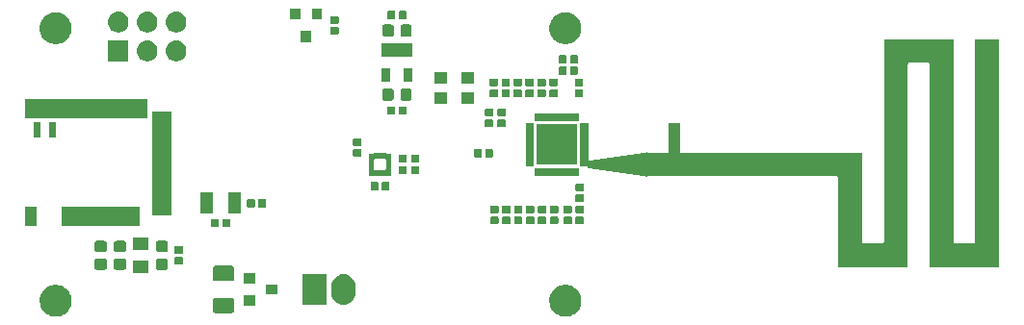
<source format=gts>
G04 #@! TF.GenerationSoftware,KiCad,Pcbnew,(5.1.4)-1*
G04 #@! TF.CreationDate,2019-11-11T11:41:27+05:30*
G04 #@! TF.ProjectId,senseEle_PCB_Antenna_rev1,73656e73-6545-46c6-955f-5043425f416e,rev?*
G04 #@! TF.SameCoordinates,Original*
G04 #@! TF.FileFunction,Soldermask,Top*
G04 #@! TF.FilePolarity,Negative*
%FSLAX46Y46*%
G04 Gerber Fmt 4.6, Leading zero omitted, Abs format (unit mm)*
G04 Created by KiCad (PCBNEW (5.1.4)-1) date 2019-11-11 11:41:27*
%MOMM*%
%LPD*%
G04 APERTURE LIST*
%ADD10C,0.100000*%
G04 APERTURE END LIST*
D10*
G36*
X58118433Y-35634893D02*
G01*
X58208657Y-35652839D01*
X58314267Y-35696585D01*
X58463621Y-35758449D01*
X58463622Y-35758450D01*
X58693086Y-35911772D01*
X58888228Y-36106914D01*
X58990675Y-36260237D01*
X59041551Y-36336379D01*
X59147161Y-36591344D01*
X59201000Y-36862012D01*
X59201000Y-37137988D01*
X59173609Y-37275694D01*
X59158630Y-37351000D01*
X59147161Y-37408656D01*
X59041551Y-37663621D01*
X59041550Y-37663622D01*
X58888228Y-37893086D01*
X58693086Y-38088228D01*
X58539763Y-38190675D01*
X58463621Y-38241551D01*
X58314267Y-38303415D01*
X58208657Y-38347161D01*
X58118433Y-38365107D01*
X57937988Y-38401000D01*
X57662012Y-38401000D01*
X57481567Y-38365107D01*
X57391343Y-38347161D01*
X57285733Y-38303415D01*
X57136379Y-38241551D01*
X57060237Y-38190675D01*
X56906914Y-38088228D01*
X56711772Y-37893086D01*
X56558450Y-37663622D01*
X56558449Y-37663621D01*
X56452839Y-37408656D01*
X56441371Y-37351000D01*
X56426391Y-37275694D01*
X56399000Y-37137988D01*
X56399000Y-36862012D01*
X56452839Y-36591344D01*
X56558449Y-36336379D01*
X56609325Y-36260237D01*
X56711772Y-36106914D01*
X56906914Y-35911772D01*
X57136378Y-35758450D01*
X57136379Y-35758449D01*
X57285733Y-35696585D01*
X57391343Y-35652839D01*
X57481567Y-35634893D01*
X57662012Y-35599000D01*
X57937988Y-35599000D01*
X58118433Y-35634893D01*
X58118433Y-35634893D01*
G37*
G36*
X13318433Y-35634893D02*
G01*
X13408657Y-35652839D01*
X13514267Y-35696585D01*
X13663621Y-35758449D01*
X13663622Y-35758450D01*
X13893086Y-35911772D01*
X14088228Y-36106914D01*
X14190675Y-36260237D01*
X14241551Y-36336379D01*
X14347161Y-36591344D01*
X14401000Y-36862012D01*
X14401000Y-37137988D01*
X14373609Y-37275694D01*
X14358630Y-37351000D01*
X14347161Y-37408656D01*
X14241551Y-37663621D01*
X14241550Y-37663622D01*
X14088228Y-37893086D01*
X13893086Y-38088228D01*
X13739763Y-38190675D01*
X13663621Y-38241551D01*
X13514267Y-38303415D01*
X13408657Y-38347161D01*
X13318433Y-38365107D01*
X13137988Y-38401000D01*
X12862012Y-38401000D01*
X12681567Y-38365107D01*
X12591343Y-38347161D01*
X12485733Y-38303415D01*
X12336379Y-38241551D01*
X12260237Y-38190675D01*
X12106914Y-38088228D01*
X11911772Y-37893086D01*
X11758450Y-37663622D01*
X11758449Y-37663621D01*
X11652839Y-37408656D01*
X11641371Y-37351000D01*
X11626391Y-37275694D01*
X11599000Y-37137988D01*
X11599000Y-36862012D01*
X11652839Y-36591344D01*
X11758449Y-36336379D01*
X11809325Y-36260237D01*
X11911772Y-36106914D01*
X12106914Y-35911772D01*
X12336378Y-35758450D01*
X12336379Y-35758449D01*
X12485733Y-35696585D01*
X12591343Y-35652839D01*
X12681567Y-35634893D01*
X12862012Y-35599000D01*
X13137988Y-35599000D01*
X13318433Y-35634893D01*
X13318433Y-35634893D01*
G37*
G36*
X28518604Y-36728347D02*
G01*
X28555144Y-36739432D01*
X28588821Y-36757433D01*
X28618341Y-36781659D01*
X28642567Y-36811179D01*
X28660568Y-36844856D01*
X28671653Y-36881396D01*
X28676000Y-36925538D01*
X28676000Y-37874462D01*
X28671653Y-37918604D01*
X28660568Y-37955144D01*
X28642567Y-37988821D01*
X28618341Y-38018341D01*
X28588821Y-38042567D01*
X28555144Y-38060568D01*
X28518604Y-38071653D01*
X28474462Y-38076000D01*
X27025538Y-38076000D01*
X26981396Y-38071653D01*
X26944856Y-38060568D01*
X26911179Y-38042567D01*
X26881659Y-38018341D01*
X26857433Y-37988821D01*
X26839432Y-37955144D01*
X26828347Y-37918604D01*
X26824000Y-37874462D01*
X26824000Y-36925538D01*
X26828347Y-36881396D01*
X26839432Y-36844856D01*
X26857433Y-36811179D01*
X26881659Y-36781659D01*
X26911179Y-36757433D01*
X26944856Y-36739432D01*
X26981396Y-36728347D01*
X27025538Y-36724000D01*
X28474462Y-36724000D01*
X28518604Y-36728347D01*
X28518604Y-36728347D01*
G37*
G36*
X30501000Y-37401000D02*
G01*
X29499000Y-37401000D01*
X29499000Y-36499000D01*
X30501000Y-36499000D01*
X30501000Y-37401000D01*
X30501000Y-37401000D01*
G37*
G36*
X38496031Y-34664207D02*
G01*
X38694145Y-34724305D01*
X38694148Y-34724306D01*
X38760030Y-34759521D01*
X38876729Y-34821897D01*
X39036765Y-34953235D01*
X39168103Y-35113271D01*
X39190484Y-35155144D01*
X39265694Y-35295851D01*
X39265694Y-35295852D01*
X39265695Y-35295854D01*
X39325793Y-35493968D01*
X39341000Y-35648370D01*
X39341000Y-36351629D01*
X39325793Y-36506031D01*
X39299913Y-36591344D01*
X39265694Y-36704149D01*
X39212751Y-36803198D01*
X39168103Y-36886729D01*
X39036765Y-37046765D01*
X38876729Y-37178103D01*
X38790975Y-37223939D01*
X38694149Y-37275694D01*
X38694146Y-37275695D01*
X38496032Y-37335793D01*
X38290000Y-37356085D01*
X38083969Y-37335793D01*
X37885855Y-37275695D01*
X37885852Y-37275694D01*
X37789026Y-37223939D01*
X37703272Y-37178103D01*
X37543236Y-37046765D01*
X37411898Y-36886729D01*
X37355737Y-36781659D01*
X37314305Y-36704147D01*
X37273296Y-36568960D01*
X37254207Y-36506032D01*
X37239000Y-36351630D01*
X37239000Y-35648371D01*
X37254207Y-35493969D01*
X37314305Y-35295855D01*
X37314306Y-35295852D01*
X37355737Y-35218341D01*
X37411897Y-35113271D01*
X37543235Y-34953235D01*
X37703271Y-34821897D01*
X37789025Y-34776061D01*
X37885851Y-34724306D01*
X37885854Y-34724305D01*
X38083968Y-34664207D01*
X38290000Y-34643915D01*
X38496031Y-34664207D01*
X38496031Y-34664207D01*
G37*
G36*
X36801000Y-37351000D02*
G01*
X34699000Y-37351000D01*
X34699000Y-34649000D01*
X36801000Y-34649000D01*
X36801000Y-37351000D01*
X36801000Y-37351000D01*
G37*
G36*
X32501000Y-36451000D02*
G01*
X31499000Y-36451000D01*
X31499000Y-35549000D01*
X32501000Y-35549000D01*
X32501000Y-36451000D01*
X32501000Y-36451000D01*
G37*
G36*
X30501000Y-35501000D02*
G01*
X29499000Y-35501000D01*
X29499000Y-34599000D01*
X30501000Y-34599000D01*
X30501000Y-35501000D01*
X30501000Y-35501000D01*
G37*
G36*
X28518604Y-33928347D02*
G01*
X28555144Y-33939432D01*
X28588821Y-33957433D01*
X28618341Y-33981659D01*
X28642567Y-34011179D01*
X28660568Y-34044856D01*
X28671653Y-34081396D01*
X28676000Y-34125538D01*
X28676000Y-35074462D01*
X28671653Y-35118604D01*
X28660568Y-35155144D01*
X28642567Y-35188821D01*
X28618341Y-35218341D01*
X28588821Y-35242567D01*
X28555144Y-35260568D01*
X28518604Y-35271653D01*
X28474462Y-35276000D01*
X27025538Y-35276000D01*
X26981396Y-35271653D01*
X26944856Y-35260568D01*
X26911179Y-35242567D01*
X26881659Y-35218341D01*
X26857433Y-35188821D01*
X26839432Y-35155144D01*
X26828347Y-35118604D01*
X26824000Y-35074462D01*
X26824000Y-34125538D01*
X26828347Y-34081396D01*
X26839432Y-34044856D01*
X26857433Y-34011179D01*
X26881659Y-33981659D01*
X26911179Y-33957433D01*
X26944856Y-33939432D01*
X26981396Y-33928347D01*
X27025538Y-33924000D01*
X28474462Y-33924000D01*
X28518604Y-33928347D01*
X28518604Y-33928347D01*
G37*
G36*
X21176000Y-34551000D02*
G01*
X19824000Y-34551000D01*
X19824000Y-33449000D01*
X21176000Y-33449000D01*
X21176000Y-34551000D01*
X21176000Y-34551000D01*
G37*
G36*
X17329591Y-33303085D02*
G01*
X17363569Y-33313393D01*
X17394890Y-33330134D01*
X17422339Y-33352661D01*
X17444866Y-33380110D01*
X17461607Y-33411431D01*
X17471915Y-33445409D01*
X17476000Y-33486890D01*
X17476000Y-34088110D01*
X17471915Y-34129591D01*
X17461607Y-34163569D01*
X17444866Y-34194890D01*
X17422339Y-34222339D01*
X17394890Y-34244866D01*
X17363569Y-34261607D01*
X17329591Y-34271915D01*
X17288110Y-34276000D01*
X16611890Y-34276000D01*
X16570409Y-34271915D01*
X16536431Y-34261607D01*
X16505110Y-34244866D01*
X16477661Y-34222339D01*
X16455134Y-34194890D01*
X16438393Y-34163569D01*
X16428085Y-34129591D01*
X16424000Y-34088110D01*
X16424000Y-33486890D01*
X16428085Y-33445409D01*
X16438393Y-33411431D01*
X16455134Y-33380110D01*
X16477661Y-33352661D01*
X16505110Y-33330134D01*
X16536431Y-33313393D01*
X16570409Y-33303085D01*
X16611890Y-33299000D01*
X17288110Y-33299000D01*
X17329591Y-33303085D01*
X17329591Y-33303085D01*
G37*
G36*
X19029591Y-33303085D02*
G01*
X19063569Y-33313393D01*
X19094890Y-33330134D01*
X19122339Y-33352661D01*
X19144866Y-33380110D01*
X19161607Y-33411431D01*
X19171915Y-33445409D01*
X19176000Y-33486890D01*
X19176000Y-34088110D01*
X19171915Y-34129591D01*
X19161607Y-34163569D01*
X19144866Y-34194890D01*
X19122339Y-34222339D01*
X19094890Y-34244866D01*
X19063569Y-34261607D01*
X19029591Y-34271915D01*
X18988110Y-34276000D01*
X18311890Y-34276000D01*
X18270409Y-34271915D01*
X18236431Y-34261607D01*
X18205110Y-34244866D01*
X18177661Y-34222339D01*
X18155134Y-34194890D01*
X18138393Y-34163569D01*
X18128085Y-34129591D01*
X18124000Y-34088110D01*
X18124000Y-33486890D01*
X18128085Y-33445409D01*
X18138393Y-33411431D01*
X18155134Y-33380110D01*
X18177661Y-33352661D01*
X18205110Y-33330134D01*
X18236431Y-33313393D01*
X18270409Y-33303085D01*
X18311890Y-33299000D01*
X18988110Y-33299000D01*
X19029591Y-33303085D01*
X19029591Y-33303085D01*
G37*
G36*
X22729591Y-33303085D02*
G01*
X22763569Y-33313393D01*
X22794890Y-33330134D01*
X22822339Y-33352661D01*
X22844866Y-33380110D01*
X22861607Y-33411431D01*
X22871915Y-33445409D01*
X22876000Y-33486890D01*
X22876000Y-34088110D01*
X22871915Y-34129591D01*
X22861607Y-34163569D01*
X22844866Y-34194890D01*
X22822339Y-34222339D01*
X22794890Y-34244866D01*
X22763569Y-34261607D01*
X22729591Y-34271915D01*
X22688110Y-34276000D01*
X22011890Y-34276000D01*
X21970409Y-34271915D01*
X21936431Y-34261607D01*
X21905110Y-34244866D01*
X21877661Y-34222339D01*
X21855134Y-34194890D01*
X21838393Y-34163569D01*
X21828085Y-34129591D01*
X21824000Y-34088110D01*
X21824000Y-33486890D01*
X21828085Y-33445409D01*
X21838393Y-33411431D01*
X21855134Y-33380110D01*
X21877661Y-33352661D01*
X21905110Y-33330134D01*
X21936431Y-33313393D01*
X21970409Y-33303085D01*
X22011890Y-33299000D01*
X22688110Y-33299000D01*
X22729591Y-33303085D01*
X22729591Y-33303085D01*
G37*
G36*
X91901000Y-31824001D02*
G01*
X91903402Y-31848387D01*
X91910515Y-31871836D01*
X91922066Y-31893447D01*
X91937611Y-31912389D01*
X91956553Y-31927934D01*
X91978164Y-31939485D01*
X92001613Y-31946598D01*
X92025999Y-31949000D01*
X93674001Y-31949000D01*
X93698387Y-31946598D01*
X93721836Y-31939485D01*
X93743447Y-31927934D01*
X93762389Y-31912389D01*
X93777934Y-31893447D01*
X93789485Y-31871836D01*
X93796598Y-31848387D01*
X93799000Y-31824001D01*
X93799000Y-13949000D01*
X95901000Y-13949000D01*
X95901000Y-34051000D01*
X89799000Y-34051000D01*
X89799000Y-16175999D01*
X89796598Y-16151613D01*
X89789485Y-16128164D01*
X89777934Y-16106553D01*
X89762389Y-16087611D01*
X89743447Y-16072066D01*
X89721836Y-16060515D01*
X89698387Y-16053402D01*
X89674001Y-16051000D01*
X88025999Y-16051000D01*
X88001613Y-16053402D01*
X87978164Y-16060515D01*
X87956553Y-16072066D01*
X87937611Y-16087611D01*
X87922066Y-16106553D01*
X87910515Y-16128164D01*
X87903402Y-16151613D01*
X87901000Y-16175999D01*
X87901000Y-34051000D01*
X81799000Y-34051000D01*
X81799000Y-26175999D01*
X81796598Y-26151613D01*
X81789485Y-26128164D01*
X81777934Y-26106553D01*
X81762389Y-26087611D01*
X81743447Y-26072066D01*
X81721836Y-26060515D01*
X81698387Y-26053402D01*
X81674001Y-26051000D01*
X65027999Y-26051000D01*
X65003613Y-26053402D01*
X64980164Y-26060515D01*
X64965166Y-26068532D01*
X64857409Y-26052381D01*
X64838881Y-26051000D01*
X64747890Y-26051000D01*
X64743447Y-26047354D01*
X64721836Y-26035803D01*
X64692529Y-26027669D01*
X59796293Y-25293820D01*
X59794598Y-25276613D01*
X59787485Y-25253164D01*
X59775934Y-25231553D01*
X59760389Y-25212611D01*
X59741447Y-25197066D01*
X59719836Y-25185515D01*
X59696387Y-25178402D01*
X59672001Y-25176000D01*
X59100999Y-25176000D01*
X59098782Y-25176218D01*
X59099000Y-25174001D01*
X59099000Y-21325999D01*
X59098782Y-21323782D01*
X59100999Y-21324000D01*
X59801000Y-21324000D01*
X59801000Y-24560345D01*
X59803402Y-24584731D01*
X59810515Y-24608180D01*
X59822066Y-24629791D01*
X59837611Y-24648733D01*
X59856553Y-24664278D01*
X59878164Y-24675829D01*
X59901613Y-24682942D01*
X59925999Y-24685344D01*
X59944522Y-24683963D01*
X62370690Y-24320329D01*
X64692529Y-23972331D01*
X64716290Y-23966341D01*
X64738425Y-23955831D01*
X64747606Y-23949000D01*
X64838881Y-23949000D01*
X64857409Y-23947619D01*
X64965166Y-23931468D01*
X64980164Y-23939485D01*
X65003613Y-23946598D01*
X65027999Y-23949000D01*
X66776001Y-23949000D01*
X66800387Y-23946598D01*
X66823836Y-23939485D01*
X66845447Y-23927934D01*
X66864389Y-23912389D01*
X66879934Y-23893447D01*
X66891485Y-23871836D01*
X66898598Y-23848387D01*
X66901000Y-23824001D01*
X66901000Y-21349000D01*
X67853000Y-21349000D01*
X67853000Y-23824001D01*
X67855402Y-23848387D01*
X67862515Y-23871836D01*
X67874066Y-23893447D01*
X67889611Y-23912389D01*
X67908553Y-23927934D01*
X67930164Y-23939485D01*
X67953613Y-23946598D01*
X67977999Y-23949000D01*
X83901000Y-23949000D01*
X83901000Y-31824001D01*
X83903402Y-31848387D01*
X83910515Y-31871836D01*
X83922066Y-31893447D01*
X83937611Y-31912389D01*
X83956553Y-31927934D01*
X83978164Y-31939485D01*
X84001613Y-31946598D01*
X84025999Y-31949000D01*
X85674001Y-31949000D01*
X85698387Y-31946598D01*
X85721836Y-31939485D01*
X85743447Y-31927934D01*
X85762389Y-31912389D01*
X85777934Y-31893447D01*
X85789485Y-31871836D01*
X85796598Y-31848387D01*
X85799000Y-31824001D01*
X85799000Y-13949000D01*
X91901000Y-13949000D01*
X91901000Y-31824001D01*
X91901000Y-31824001D01*
G37*
G36*
X24081938Y-33141716D02*
G01*
X24102557Y-33147971D01*
X24121553Y-33158124D01*
X24138208Y-33171792D01*
X24151876Y-33188447D01*
X24162029Y-33207443D01*
X24168284Y-33228062D01*
X24171000Y-33255640D01*
X24171000Y-33714360D01*
X24168284Y-33741938D01*
X24162029Y-33762557D01*
X24151876Y-33781553D01*
X24138208Y-33798208D01*
X24121553Y-33811876D01*
X24102557Y-33822029D01*
X24081938Y-33828284D01*
X24054360Y-33831000D01*
X23545640Y-33831000D01*
X23518062Y-33828284D01*
X23497443Y-33822029D01*
X23478447Y-33811876D01*
X23461792Y-33798208D01*
X23448124Y-33781553D01*
X23437971Y-33762557D01*
X23431716Y-33741938D01*
X23429000Y-33714360D01*
X23429000Y-33255640D01*
X23431716Y-33228062D01*
X23437971Y-33207443D01*
X23448124Y-33188447D01*
X23461792Y-33171792D01*
X23478447Y-33158124D01*
X23497443Y-33147971D01*
X23518062Y-33141716D01*
X23545640Y-33139000D01*
X24054360Y-33139000D01*
X24081938Y-33141716D01*
X24081938Y-33141716D01*
G37*
G36*
X24081938Y-32171716D02*
G01*
X24102557Y-32177971D01*
X24121553Y-32188124D01*
X24138208Y-32201792D01*
X24151876Y-32218447D01*
X24162029Y-32237443D01*
X24168284Y-32258062D01*
X24171000Y-32285640D01*
X24171000Y-32744360D01*
X24168284Y-32771938D01*
X24162029Y-32792557D01*
X24151876Y-32811553D01*
X24138208Y-32828208D01*
X24121553Y-32841876D01*
X24102557Y-32852029D01*
X24081938Y-32858284D01*
X24054360Y-32861000D01*
X23545640Y-32861000D01*
X23518062Y-32858284D01*
X23497443Y-32852029D01*
X23478447Y-32841876D01*
X23461792Y-32828208D01*
X23448124Y-32811553D01*
X23437971Y-32792557D01*
X23431716Y-32771938D01*
X23429000Y-32744360D01*
X23429000Y-32285640D01*
X23431716Y-32258062D01*
X23437971Y-32237443D01*
X23448124Y-32218447D01*
X23461792Y-32201792D01*
X23478447Y-32188124D01*
X23497443Y-32177971D01*
X23518062Y-32171716D01*
X23545640Y-32169000D01*
X24054360Y-32169000D01*
X24081938Y-32171716D01*
X24081938Y-32171716D01*
G37*
G36*
X22729591Y-31728085D02*
G01*
X22763569Y-31738393D01*
X22794890Y-31755134D01*
X22822339Y-31777661D01*
X22844866Y-31805110D01*
X22861607Y-31836431D01*
X22871915Y-31870409D01*
X22876000Y-31911890D01*
X22876000Y-32513110D01*
X22871915Y-32554591D01*
X22861607Y-32588569D01*
X22844866Y-32619890D01*
X22822339Y-32647339D01*
X22794890Y-32669866D01*
X22763569Y-32686607D01*
X22729591Y-32696915D01*
X22688110Y-32701000D01*
X22011890Y-32701000D01*
X21970409Y-32696915D01*
X21936431Y-32686607D01*
X21905110Y-32669866D01*
X21877661Y-32647339D01*
X21855134Y-32619890D01*
X21838393Y-32588569D01*
X21828085Y-32554591D01*
X21824000Y-32513110D01*
X21824000Y-31911890D01*
X21828085Y-31870409D01*
X21838393Y-31836431D01*
X21855134Y-31805110D01*
X21877661Y-31777661D01*
X21905110Y-31755134D01*
X21936431Y-31738393D01*
X21970409Y-31728085D01*
X22011890Y-31724000D01*
X22688110Y-31724000D01*
X22729591Y-31728085D01*
X22729591Y-31728085D01*
G37*
G36*
X17329591Y-31728085D02*
G01*
X17363569Y-31738393D01*
X17394890Y-31755134D01*
X17422339Y-31777661D01*
X17444866Y-31805110D01*
X17461607Y-31836431D01*
X17471915Y-31870409D01*
X17476000Y-31911890D01*
X17476000Y-32513110D01*
X17471915Y-32554591D01*
X17461607Y-32588569D01*
X17444866Y-32619890D01*
X17422339Y-32647339D01*
X17394890Y-32669866D01*
X17363569Y-32686607D01*
X17329591Y-32696915D01*
X17288110Y-32701000D01*
X16611890Y-32701000D01*
X16570409Y-32696915D01*
X16536431Y-32686607D01*
X16505110Y-32669866D01*
X16477661Y-32647339D01*
X16455134Y-32619890D01*
X16438393Y-32588569D01*
X16428085Y-32554591D01*
X16424000Y-32513110D01*
X16424000Y-31911890D01*
X16428085Y-31870409D01*
X16438393Y-31836431D01*
X16455134Y-31805110D01*
X16477661Y-31777661D01*
X16505110Y-31755134D01*
X16536431Y-31738393D01*
X16570409Y-31728085D01*
X16611890Y-31724000D01*
X17288110Y-31724000D01*
X17329591Y-31728085D01*
X17329591Y-31728085D01*
G37*
G36*
X19029591Y-31728085D02*
G01*
X19063569Y-31738393D01*
X19094890Y-31755134D01*
X19122339Y-31777661D01*
X19144866Y-31805110D01*
X19161607Y-31836431D01*
X19171915Y-31870409D01*
X19176000Y-31911890D01*
X19176000Y-32513110D01*
X19171915Y-32554591D01*
X19161607Y-32588569D01*
X19144866Y-32619890D01*
X19122339Y-32647339D01*
X19094890Y-32669866D01*
X19063569Y-32686607D01*
X19029591Y-32696915D01*
X18988110Y-32701000D01*
X18311890Y-32701000D01*
X18270409Y-32696915D01*
X18236431Y-32686607D01*
X18205110Y-32669866D01*
X18177661Y-32647339D01*
X18155134Y-32619890D01*
X18138393Y-32588569D01*
X18128085Y-32554591D01*
X18124000Y-32513110D01*
X18124000Y-31911890D01*
X18128085Y-31870409D01*
X18138393Y-31836431D01*
X18155134Y-31805110D01*
X18177661Y-31777661D01*
X18205110Y-31755134D01*
X18236431Y-31738393D01*
X18270409Y-31728085D01*
X18311890Y-31724000D01*
X18988110Y-31724000D01*
X19029591Y-31728085D01*
X19029591Y-31728085D01*
G37*
G36*
X21176000Y-32551000D02*
G01*
X19824000Y-32551000D01*
X19824000Y-31449000D01*
X21176000Y-31449000D01*
X21176000Y-32551000D01*
X21176000Y-32551000D01*
G37*
G36*
X27271938Y-29781716D02*
G01*
X27292557Y-29787971D01*
X27311553Y-29798124D01*
X27328208Y-29811792D01*
X27341876Y-29828447D01*
X27352029Y-29847443D01*
X27358284Y-29868062D01*
X27361000Y-29895640D01*
X27361000Y-30404360D01*
X27358284Y-30431938D01*
X27352029Y-30452557D01*
X27341876Y-30471553D01*
X27328208Y-30488208D01*
X27311553Y-30501876D01*
X27292557Y-30512029D01*
X27271938Y-30518284D01*
X27244360Y-30521000D01*
X26785640Y-30521000D01*
X26758062Y-30518284D01*
X26737443Y-30512029D01*
X26718447Y-30501876D01*
X26701792Y-30488208D01*
X26688124Y-30471553D01*
X26677971Y-30452557D01*
X26671716Y-30431938D01*
X26669000Y-30404360D01*
X26669000Y-29895640D01*
X26671716Y-29868062D01*
X26677971Y-29847443D01*
X26688124Y-29828447D01*
X26701792Y-29811792D01*
X26718447Y-29798124D01*
X26737443Y-29787971D01*
X26758062Y-29781716D01*
X26785640Y-29779000D01*
X27244360Y-29779000D01*
X27271938Y-29781716D01*
X27271938Y-29781716D01*
G37*
G36*
X28241938Y-29781716D02*
G01*
X28262557Y-29787971D01*
X28281553Y-29798124D01*
X28298208Y-29811792D01*
X28311876Y-29828447D01*
X28322029Y-29847443D01*
X28328284Y-29868062D01*
X28331000Y-29895640D01*
X28331000Y-30404360D01*
X28328284Y-30431938D01*
X28322029Y-30452557D01*
X28311876Y-30471553D01*
X28298208Y-30488208D01*
X28281553Y-30501876D01*
X28262557Y-30512029D01*
X28241938Y-30518284D01*
X28214360Y-30521000D01*
X27755640Y-30521000D01*
X27728062Y-30518284D01*
X27707443Y-30512029D01*
X27688447Y-30501876D01*
X27671792Y-30488208D01*
X27658124Y-30471553D01*
X27647971Y-30452557D01*
X27641716Y-30431938D01*
X27639000Y-30404360D01*
X27639000Y-29895640D01*
X27641716Y-29868062D01*
X27647971Y-29847443D01*
X27658124Y-29828447D01*
X27671792Y-29811792D01*
X27688447Y-29798124D01*
X27707443Y-29787971D01*
X27728062Y-29781716D01*
X27755640Y-29779000D01*
X28214360Y-29779000D01*
X28241938Y-29781716D01*
X28241938Y-29781716D01*
G37*
G36*
X20401000Y-30451000D02*
G01*
X13499000Y-30451000D01*
X13499000Y-28749000D01*
X20401000Y-28749000D01*
X20401000Y-30451000D01*
X20401000Y-30451000D01*
G37*
G36*
X11301000Y-30451000D02*
G01*
X10299000Y-30451000D01*
X10299000Y-28749000D01*
X11301000Y-28749000D01*
X11301000Y-30451000D01*
X11301000Y-30451000D01*
G37*
G36*
X56031938Y-29591716D02*
G01*
X56052557Y-29597971D01*
X56071553Y-29608124D01*
X56088208Y-29621792D01*
X56101876Y-29638447D01*
X56112029Y-29657443D01*
X56118284Y-29678062D01*
X56121000Y-29705640D01*
X56121000Y-30164360D01*
X56118284Y-30191938D01*
X56112029Y-30212557D01*
X56101876Y-30231553D01*
X56088208Y-30248208D01*
X56071553Y-30261876D01*
X56052557Y-30272029D01*
X56031938Y-30278284D01*
X56004360Y-30281000D01*
X55495640Y-30281000D01*
X55468062Y-30278284D01*
X55447443Y-30272029D01*
X55428447Y-30261876D01*
X55411792Y-30248208D01*
X55398124Y-30231553D01*
X55387971Y-30212557D01*
X55381716Y-30191938D01*
X55379000Y-30164360D01*
X55379000Y-29705640D01*
X55381716Y-29678062D01*
X55387971Y-29657443D01*
X55398124Y-29638447D01*
X55411792Y-29621792D01*
X55428447Y-29608124D01*
X55447443Y-29597971D01*
X55468062Y-29591716D01*
X55495640Y-29589000D01*
X56004360Y-29589000D01*
X56031938Y-29591716D01*
X56031938Y-29591716D01*
G37*
G36*
X51831938Y-29591716D02*
G01*
X51852557Y-29597971D01*
X51871553Y-29608124D01*
X51888208Y-29621792D01*
X51901876Y-29638447D01*
X51912029Y-29657443D01*
X51918284Y-29678062D01*
X51921000Y-29705640D01*
X51921000Y-30164360D01*
X51918284Y-30191938D01*
X51912029Y-30212557D01*
X51901876Y-30231553D01*
X51888208Y-30248208D01*
X51871553Y-30261876D01*
X51852557Y-30272029D01*
X51831938Y-30278284D01*
X51804360Y-30281000D01*
X51295640Y-30281000D01*
X51268062Y-30278284D01*
X51247443Y-30272029D01*
X51228447Y-30261876D01*
X51211792Y-30248208D01*
X51198124Y-30231553D01*
X51187971Y-30212557D01*
X51181716Y-30191938D01*
X51179000Y-30164360D01*
X51179000Y-29705640D01*
X51181716Y-29678062D01*
X51187971Y-29657443D01*
X51198124Y-29638447D01*
X51211792Y-29621792D01*
X51228447Y-29608124D01*
X51247443Y-29597971D01*
X51268062Y-29591716D01*
X51295640Y-29589000D01*
X51804360Y-29589000D01*
X51831938Y-29591716D01*
X51831938Y-29591716D01*
G37*
G36*
X57081938Y-29591716D02*
G01*
X57102557Y-29597971D01*
X57121553Y-29608124D01*
X57138208Y-29621792D01*
X57151876Y-29638447D01*
X57162029Y-29657443D01*
X57168284Y-29678062D01*
X57171000Y-29705640D01*
X57171000Y-30164360D01*
X57168284Y-30191938D01*
X57162029Y-30212557D01*
X57151876Y-30231553D01*
X57138208Y-30248208D01*
X57121553Y-30261876D01*
X57102557Y-30272029D01*
X57081938Y-30278284D01*
X57054360Y-30281000D01*
X56545640Y-30281000D01*
X56518062Y-30278284D01*
X56497443Y-30272029D01*
X56478447Y-30261876D01*
X56461792Y-30248208D01*
X56448124Y-30231553D01*
X56437971Y-30212557D01*
X56431716Y-30191938D01*
X56429000Y-30164360D01*
X56429000Y-29705640D01*
X56431716Y-29678062D01*
X56437971Y-29657443D01*
X56448124Y-29638447D01*
X56461792Y-29621792D01*
X56478447Y-29608124D01*
X56497443Y-29597971D01*
X56518062Y-29591716D01*
X56545640Y-29589000D01*
X57054360Y-29589000D01*
X57081938Y-29591716D01*
X57081938Y-29591716D01*
G37*
G36*
X52881938Y-29591716D02*
G01*
X52902557Y-29597971D01*
X52921553Y-29608124D01*
X52938208Y-29621792D01*
X52951876Y-29638447D01*
X52962029Y-29657443D01*
X52968284Y-29678062D01*
X52971000Y-29705640D01*
X52971000Y-30164360D01*
X52968284Y-30191938D01*
X52962029Y-30212557D01*
X52951876Y-30231553D01*
X52938208Y-30248208D01*
X52921553Y-30261876D01*
X52902557Y-30272029D01*
X52881938Y-30278284D01*
X52854360Y-30281000D01*
X52345640Y-30281000D01*
X52318062Y-30278284D01*
X52297443Y-30272029D01*
X52278447Y-30261876D01*
X52261792Y-30248208D01*
X52248124Y-30231553D01*
X52237971Y-30212557D01*
X52231716Y-30191938D01*
X52229000Y-30164360D01*
X52229000Y-29705640D01*
X52231716Y-29678062D01*
X52237971Y-29657443D01*
X52248124Y-29638447D01*
X52261792Y-29621792D01*
X52278447Y-29608124D01*
X52297443Y-29597971D01*
X52318062Y-29591716D01*
X52345640Y-29589000D01*
X52854360Y-29589000D01*
X52881938Y-29591716D01*
X52881938Y-29591716D01*
G37*
G36*
X59331938Y-29591716D02*
G01*
X59352557Y-29597971D01*
X59371553Y-29608124D01*
X59388208Y-29621792D01*
X59401876Y-29638447D01*
X59412029Y-29657443D01*
X59418284Y-29678062D01*
X59421000Y-29705640D01*
X59421000Y-30164360D01*
X59418284Y-30191938D01*
X59412029Y-30212557D01*
X59401876Y-30231553D01*
X59388208Y-30248208D01*
X59371553Y-30261876D01*
X59352557Y-30272029D01*
X59331938Y-30278284D01*
X59304360Y-30281000D01*
X58795640Y-30281000D01*
X58768062Y-30278284D01*
X58747443Y-30272029D01*
X58728447Y-30261876D01*
X58711792Y-30248208D01*
X58698124Y-30231553D01*
X58687971Y-30212557D01*
X58681716Y-30191938D01*
X58679000Y-30164360D01*
X58679000Y-29705640D01*
X58681716Y-29678062D01*
X58687971Y-29657443D01*
X58698124Y-29638447D01*
X58711792Y-29621792D01*
X58728447Y-29608124D01*
X58747443Y-29597971D01*
X58768062Y-29591716D01*
X58795640Y-29589000D01*
X59304360Y-29589000D01*
X59331938Y-29591716D01*
X59331938Y-29591716D01*
G37*
G36*
X54981938Y-29591716D02*
G01*
X55002557Y-29597971D01*
X55021553Y-29608124D01*
X55038208Y-29621792D01*
X55051876Y-29638447D01*
X55062029Y-29657443D01*
X55068284Y-29678062D01*
X55071000Y-29705640D01*
X55071000Y-30164360D01*
X55068284Y-30191938D01*
X55062029Y-30212557D01*
X55051876Y-30231553D01*
X55038208Y-30248208D01*
X55021553Y-30261876D01*
X55002557Y-30272029D01*
X54981938Y-30278284D01*
X54954360Y-30281000D01*
X54445640Y-30281000D01*
X54418062Y-30278284D01*
X54397443Y-30272029D01*
X54378447Y-30261876D01*
X54361792Y-30248208D01*
X54348124Y-30231553D01*
X54337971Y-30212557D01*
X54331716Y-30191938D01*
X54329000Y-30164360D01*
X54329000Y-29705640D01*
X54331716Y-29678062D01*
X54337971Y-29657443D01*
X54348124Y-29638447D01*
X54361792Y-29621792D01*
X54378447Y-29608124D01*
X54397443Y-29597971D01*
X54418062Y-29591716D01*
X54445640Y-29589000D01*
X54954360Y-29589000D01*
X54981938Y-29591716D01*
X54981938Y-29591716D01*
G37*
G36*
X58281938Y-29591716D02*
G01*
X58302557Y-29597971D01*
X58321553Y-29608124D01*
X58338208Y-29621792D01*
X58351876Y-29638447D01*
X58362029Y-29657443D01*
X58368284Y-29678062D01*
X58371000Y-29705640D01*
X58371000Y-30164360D01*
X58368284Y-30191938D01*
X58362029Y-30212557D01*
X58351876Y-30231553D01*
X58338208Y-30248208D01*
X58321553Y-30261876D01*
X58302557Y-30272029D01*
X58281938Y-30278284D01*
X58254360Y-30281000D01*
X57745640Y-30281000D01*
X57718062Y-30278284D01*
X57697443Y-30272029D01*
X57678447Y-30261876D01*
X57661792Y-30248208D01*
X57648124Y-30231553D01*
X57637971Y-30212557D01*
X57631716Y-30191938D01*
X57629000Y-30164360D01*
X57629000Y-29705640D01*
X57631716Y-29678062D01*
X57637971Y-29657443D01*
X57648124Y-29638447D01*
X57661792Y-29621792D01*
X57678447Y-29608124D01*
X57697443Y-29597971D01*
X57718062Y-29591716D01*
X57745640Y-29589000D01*
X58254360Y-29589000D01*
X58281938Y-29591716D01*
X58281938Y-29591716D01*
G37*
G36*
X53931938Y-29591716D02*
G01*
X53952557Y-29597971D01*
X53971553Y-29608124D01*
X53988208Y-29621792D01*
X54001876Y-29638447D01*
X54012029Y-29657443D01*
X54018284Y-29678062D01*
X54021000Y-29705640D01*
X54021000Y-30164360D01*
X54018284Y-30191938D01*
X54012029Y-30212557D01*
X54001876Y-30231553D01*
X53988208Y-30248208D01*
X53971553Y-30261876D01*
X53952557Y-30272029D01*
X53931938Y-30278284D01*
X53904360Y-30281000D01*
X53395640Y-30281000D01*
X53368062Y-30278284D01*
X53347443Y-30272029D01*
X53328447Y-30261876D01*
X53311792Y-30248208D01*
X53298124Y-30231553D01*
X53287971Y-30212557D01*
X53281716Y-30191938D01*
X53279000Y-30164360D01*
X53279000Y-29705640D01*
X53281716Y-29678062D01*
X53287971Y-29657443D01*
X53298124Y-29638447D01*
X53311792Y-29621792D01*
X53328447Y-29608124D01*
X53347443Y-29597971D01*
X53368062Y-29591716D01*
X53395640Y-29589000D01*
X53904360Y-29589000D01*
X53931938Y-29591716D01*
X53931938Y-29591716D01*
G37*
G36*
X23201000Y-29451000D02*
G01*
X21499000Y-29451000D01*
X21499000Y-20349000D01*
X23201000Y-20349000D01*
X23201000Y-29451000D01*
X23201000Y-29451000D01*
G37*
G36*
X26801000Y-29351000D02*
G01*
X25699000Y-29351000D01*
X25699000Y-27449000D01*
X26801000Y-27449000D01*
X26801000Y-29351000D01*
X26801000Y-29351000D01*
G37*
G36*
X29301000Y-29351000D02*
G01*
X28199000Y-29351000D01*
X28199000Y-27449000D01*
X29301000Y-27449000D01*
X29301000Y-29351000D01*
X29301000Y-29351000D01*
G37*
G36*
X54981938Y-28621716D02*
G01*
X55002557Y-28627971D01*
X55021553Y-28638124D01*
X55038208Y-28651792D01*
X55051876Y-28668447D01*
X55062029Y-28687443D01*
X55068284Y-28708062D01*
X55071000Y-28735640D01*
X55071000Y-29194360D01*
X55068284Y-29221938D01*
X55062029Y-29242557D01*
X55051876Y-29261553D01*
X55038208Y-29278208D01*
X55021553Y-29291876D01*
X55002557Y-29302029D01*
X54981938Y-29308284D01*
X54954360Y-29311000D01*
X54445640Y-29311000D01*
X54418062Y-29308284D01*
X54397443Y-29302029D01*
X54378447Y-29291876D01*
X54361792Y-29278208D01*
X54348124Y-29261553D01*
X54337971Y-29242557D01*
X54331716Y-29221938D01*
X54329000Y-29194360D01*
X54329000Y-28735640D01*
X54331716Y-28708062D01*
X54337971Y-28687443D01*
X54348124Y-28668447D01*
X54361792Y-28651792D01*
X54378447Y-28638124D01*
X54397443Y-28627971D01*
X54418062Y-28621716D01*
X54445640Y-28619000D01*
X54954360Y-28619000D01*
X54981938Y-28621716D01*
X54981938Y-28621716D01*
G37*
G36*
X56031938Y-28621716D02*
G01*
X56052557Y-28627971D01*
X56071553Y-28638124D01*
X56088208Y-28651792D01*
X56101876Y-28668447D01*
X56112029Y-28687443D01*
X56118284Y-28708062D01*
X56121000Y-28735640D01*
X56121000Y-29194360D01*
X56118284Y-29221938D01*
X56112029Y-29242557D01*
X56101876Y-29261553D01*
X56088208Y-29278208D01*
X56071553Y-29291876D01*
X56052557Y-29302029D01*
X56031938Y-29308284D01*
X56004360Y-29311000D01*
X55495640Y-29311000D01*
X55468062Y-29308284D01*
X55447443Y-29302029D01*
X55428447Y-29291876D01*
X55411792Y-29278208D01*
X55398124Y-29261553D01*
X55387971Y-29242557D01*
X55381716Y-29221938D01*
X55379000Y-29194360D01*
X55379000Y-28735640D01*
X55381716Y-28708062D01*
X55387971Y-28687443D01*
X55398124Y-28668447D01*
X55411792Y-28651792D01*
X55428447Y-28638124D01*
X55447443Y-28627971D01*
X55468062Y-28621716D01*
X55495640Y-28619000D01*
X56004360Y-28619000D01*
X56031938Y-28621716D01*
X56031938Y-28621716D01*
G37*
G36*
X58281938Y-28621716D02*
G01*
X58302557Y-28627971D01*
X58321553Y-28638124D01*
X58338208Y-28651792D01*
X58351876Y-28668447D01*
X58362029Y-28687443D01*
X58368284Y-28708062D01*
X58371000Y-28735640D01*
X58371000Y-29194360D01*
X58368284Y-29221938D01*
X58362029Y-29242557D01*
X58351876Y-29261553D01*
X58338208Y-29278208D01*
X58321553Y-29291876D01*
X58302557Y-29302029D01*
X58281938Y-29308284D01*
X58254360Y-29311000D01*
X57745640Y-29311000D01*
X57718062Y-29308284D01*
X57697443Y-29302029D01*
X57678447Y-29291876D01*
X57661792Y-29278208D01*
X57648124Y-29261553D01*
X57637971Y-29242557D01*
X57631716Y-29221938D01*
X57629000Y-29194360D01*
X57629000Y-28735640D01*
X57631716Y-28708062D01*
X57637971Y-28687443D01*
X57648124Y-28668447D01*
X57661792Y-28651792D01*
X57678447Y-28638124D01*
X57697443Y-28627971D01*
X57718062Y-28621716D01*
X57745640Y-28619000D01*
X58254360Y-28619000D01*
X58281938Y-28621716D01*
X58281938Y-28621716D01*
G37*
G36*
X59331938Y-28621716D02*
G01*
X59352557Y-28627971D01*
X59371553Y-28638124D01*
X59388208Y-28651792D01*
X59401876Y-28668447D01*
X59412029Y-28687443D01*
X59418284Y-28708062D01*
X59421000Y-28735640D01*
X59421000Y-29194360D01*
X59418284Y-29221938D01*
X59412029Y-29242557D01*
X59401876Y-29261553D01*
X59388208Y-29278208D01*
X59371553Y-29291876D01*
X59352557Y-29302029D01*
X59331938Y-29308284D01*
X59304360Y-29311000D01*
X58795640Y-29311000D01*
X58768062Y-29308284D01*
X58747443Y-29302029D01*
X58728447Y-29291876D01*
X58711792Y-29278208D01*
X58698124Y-29261553D01*
X58687971Y-29242557D01*
X58681716Y-29221938D01*
X58679000Y-29194360D01*
X58679000Y-28735640D01*
X58681716Y-28708062D01*
X58687971Y-28687443D01*
X58698124Y-28668447D01*
X58711792Y-28651792D01*
X58728447Y-28638124D01*
X58747443Y-28627971D01*
X58768062Y-28621716D01*
X58795640Y-28619000D01*
X59304360Y-28619000D01*
X59331938Y-28621716D01*
X59331938Y-28621716D01*
G37*
G36*
X57081938Y-28621716D02*
G01*
X57102557Y-28627971D01*
X57121553Y-28638124D01*
X57138208Y-28651792D01*
X57151876Y-28668447D01*
X57162029Y-28687443D01*
X57168284Y-28708062D01*
X57171000Y-28735640D01*
X57171000Y-29194360D01*
X57168284Y-29221938D01*
X57162029Y-29242557D01*
X57151876Y-29261553D01*
X57138208Y-29278208D01*
X57121553Y-29291876D01*
X57102557Y-29302029D01*
X57081938Y-29308284D01*
X57054360Y-29311000D01*
X56545640Y-29311000D01*
X56518062Y-29308284D01*
X56497443Y-29302029D01*
X56478447Y-29291876D01*
X56461792Y-29278208D01*
X56448124Y-29261553D01*
X56437971Y-29242557D01*
X56431716Y-29221938D01*
X56429000Y-29194360D01*
X56429000Y-28735640D01*
X56431716Y-28708062D01*
X56437971Y-28687443D01*
X56448124Y-28668447D01*
X56461792Y-28651792D01*
X56478447Y-28638124D01*
X56497443Y-28627971D01*
X56518062Y-28621716D01*
X56545640Y-28619000D01*
X57054360Y-28619000D01*
X57081938Y-28621716D01*
X57081938Y-28621716D01*
G37*
G36*
X53931938Y-28621716D02*
G01*
X53952557Y-28627971D01*
X53971553Y-28638124D01*
X53988208Y-28651792D01*
X54001876Y-28668447D01*
X54012029Y-28687443D01*
X54018284Y-28708062D01*
X54021000Y-28735640D01*
X54021000Y-29194360D01*
X54018284Y-29221938D01*
X54012029Y-29242557D01*
X54001876Y-29261553D01*
X53988208Y-29278208D01*
X53971553Y-29291876D01*
X53952557Y-29302029D01*
X53931938Y-29308284D01*
X53904360Y-29311000D01*
X53395640Y-29311000D01*
X53368062Y-29308284D01*
X53347443Y-29302029D01*
X53328447Y-29291876D01*
X53311792Y-29278208D01*
X53298124Y-29261553D01*
X53287971Y-29242557D01*
X53281716Y-29221938D01*
X53279000Y-29194360D01*
X53279000Y-28735640D01*
X53281716Y-28708062D01*
X53287971Y-28687443D01*
X53298124Y-28668447D01*
X53311792Y-28651792D01*
X53328447Y-28638124D01*
X53347443Y-28627971D01*
X53368062Y-28621716D01*
X53395640Y-28619000D01*
X53904360Y-28619000D01*
X53931938Y-28621716D01*
X53931938Y-28621716D01*
G37*
G36*
X52881938Y-28621716D02*
G01*
X52902557Y-28627971D01*
X52921553Y-28638124D01*
X52938208Y-28651792D01*
X52951876Y-28668447D01*
X52962029Y-28687443D01*
X52968284Y-28708062D01*
X52971000Y-28735640D01*
X52971000Y-29194360D01*
X52968284Y-29221938D01*
X52962029Y-29242557D01*
X52951876Y-29261553D01*
X52938208Y-29278208D01*
X52921553Y-29291876D01*
X52902557Y-29302029D01*
X52881938Y-29308284D01*
X52854360Y-29311000D01*
X52345640Y-29311000D01*
X52318062Y-29308284D01*
X52297443Y-29302029D01*
X52278447Y-29291876D01*
X52261792Y-29278208D01*
X52248124Y-29261553D01*
X52237971Y-29242557D01*
X52231716Y-29221938D01*
X52229000Y-29194360D01*
X52229000Y-28735640D01*
X52231716Y-28708062D01*
X52237971Y-28687443D01*
X52248124Y-28668447D01*
X52261792Y-28651792D01*
X52278447Y-28638124D01*
X52297443Y-28627971D01*
X52318062Y-28621716D01*
X52345640Y-28619000D01*
X52854360Y-28619000D01*
X52881938Y-28621716D01*
X52881938Y-28621716D01*
G37*
G36*
X51831938Y-28621716D02*
G01*
X51852557Y-28627971D01*
X51871553Y-28638124D01*
X51888208Y-28651792D01*
X51901876Y-28668447D01*
X51912029Y-28687443D01*
X51918284Y-28708062D01*
X51921000Y-28735640D01*
X51921000Y-29194360D01*
X51918284Y-29221938D01*
X51912029Y-29242557D01*
X51901876Y-29261553D01*
X51888208Y-29278208D01*
X51871553Y-29291876D01*
X51852557Y-29302029D01*
X51831938Y-29308284D01*
X51804360Y-29311000D01*
X51295640Y-29311000D01*
X51268062Y-29308284D01*
X51247443Y-29302029D01*
X51228447Y-29291876D01*
X51211792Y-29278208D01*
X51198124Y-29261553D01*
X51187971Y-29242557D01*
X51181716Y-29221938D01*
X51179000Y-29194360D01*
X51179000Y-28735640D01*
X51181716Y-28708062D01*
X51187971Y-28687443D01*
X51198124Y-28668447D01*
X51211792Y-28651792D01*
X51228447Y-28638124D01*
X51247443Y-28627971D01*
X51268062Y-28621716D01*
X51295640Y-28619000D01*
X51804360Y-28619000D01*
X51831938Y-28621716D01*
X51831938Y-28621716D01*
G37*
G36*
X31391938Y-28031716D02*
G01*
X31412557Y-28037971D01*
X31431553Y-28048124D01*
X31448208Y-28061792D01*
X31461876Y-28078447D01*
X31472029Y-28097443D01*
X31478284Y-28118062D01*
X31481000Y-28145640D01*
X31481000Y-28654360D01*
X31478284Y-28681938D01*
X31472029Y-28702557D01*
X31461876Y-28721553D01*
X31448208Y-28738208D01*
X31431553Y-28751876D01*
X31412557Y-28762029D01*
X31391938Y-28768284D01*
X31364360Y-28771000D01*
X30905640Y-28771000D01*
X30878062Y-28768284D01*
X30857443Y-28762029D01*
X30838447Y-28751876D01*
X30821792Y-28738208D01*
X30808124Y-28721553D01*
X30797971Y-28702557D01*
X30791716Y-28681938D01*
X30789000Y-28654360D01*
X30789000Y-28145640D01*
X30791716Y-28118062D01*
X30797971Y-28097443D01*
X30808124Y-28078447D01*
X30821792Y-28061792D01*
X30838447Y-28048124D01*
X30857443Y-28037971D01*
X30878062Y-28031716D01*
X30905640Y-28029000D01*
X31364360Y-28029000D01*
X31391938Y-28031716D01*
X31391938Y-28031716D01*
G37*
G36*
X30421938Y-28031716D02*
G01*
X30442557Y-28037971D01*
X30461553Y-28048124D01*
X30478208Y-28061792D01*
X30491876Y-28078447D01*
X30502029Y-28097443D01*
X30508284Y-28118062D01*
X30511000Y-28145640D01*
X30511000Y-28654360D01*
X30508284Y-28681938D01*
X30502029Y-28702557D01*
X30491876Y-28721553D01*
X30478208Y-28738208D01*
X30461553Y-28751876D01*
X30442557Y-28762029D01*
X30421938Y-28768284D01*
X30394360Y-28771000D01*
X29935640Y-28771000D01*
X29908062Y-28768284D01*
X29887443Y-28762029D01*
X29868447Y-28751876D01*
X29851792Y-28738208D01*
X29838124Y-28721553D01*
X29827971Y-28702557D01*
X29821716Y-28681938D01*
X29819000Y-28654360D01*
X29819000Y-28145640D01*
X29821716Y-28118062D01*
X29827971Y-28097443D01*
X29838124Y-28078447D01*
X29851792Y-28061792D01*
X29868447Y-28048124D01*
X29887443Y-28037971D01*
X29908062Y-28031716D01*
X29935640Y-28029000D01*
X30394360Y-28029000D01*
X30421938Y-28031716D01*
X30421938Y-28031716D01*
G37*
G36*
X59331938Y-27641716D02*
G01*
X59352557Y-27647971D01*
X59371553Y-27658124D01*
X59388208Y-27671792D01*
X59401876Y-27688447D01*
X59412029Y-27707443D01*
X59418284Y-27728062D01*
X59421000Y-27755640D01*
X59421000Y-28214360D01*
X59418284Y-28241938D01*
X59412029Y-28262557D01*
X59401876Y-28281553D01*
X59388208Y-28298208D01*
X59371553Y-28311876D01*
X59352557Y-28322029D01*
X59331938Y-28328284D01*
X59304360Y-28331000D01*
X58795640Y-28331000D01*
X58768062Y-28328284D01*
X58747443Y-28322029D01*
X58728447Y-28311876D01*
X58711792Y-28298208D01*
X58698124Y-28281553D01*
X58687971Y-28262557D01*
X58681716Y-28241938D01*
X58679000Y-28214360D01*
X58679000Y-27755640D01*
X58681716Y-27728062D01*
X58687971Y-27707443D01*
X58698124Y-27688447D01*
X58711792Y-27671792D01*
X58728447Y-27658124D01*
X58747443Y-27647971D01*
X58768062Y-27641716D01*
X58795640Y-27639000D01*
X59304360Y-27639000D01*
X59331938Y-27641716D01*
X59331938Y-27641716D01*
G37*
G36*
X59331938Y-26671716D02*
G01*
X59352557Y-26677971D01*
X59371553Y-26688124D01*
X59388208Y-26701792D01*
X59401876Y-26718447D01*
X59412029Y-26737443D01*
X59418284Y-26758062D01*
X59421000Y-26785640D01*
X59421000Y-27244360D01*
X59418284Y-27271938D01*
X59412029Y-27292557D01*
X59401876Y-27311553D01*
X59388208Y-27328208D01*
X59371553Y-27341876D01*
X59352557Y-27352029D01*
X59331938Y-27358284D01*
X59304360Y-27361000D01*
X58795640Y-27361000D01*
X58768062Y-27358284D01*
X58747443Y-27352029D01*
X58728447Y-27341876D01*
X58711792Y-27328208D01*
X58698124Y-27311553D01*
X58687971Y-27292557D01*
X58681716Y-27271938D01*
X58679000Y-27244360D01*
X58679000Y-26785640D01*
X58681716Y-26758062D01*
X58687971Y-26737443D01*
X58698124Y-26718447D01*
X58711792Y-26701792D01*
X58728447Y-26688124D01*
X58747443Y-26677971D01*
X58768062Y-26671716D01*
X58795640Y-26669000D01*
X59304360Y-26669000D01*
X59331938Y-26671716D01*
X59331938Y-26671716D01*
G37*
G36*
X42241938Y-26531716D02*
G01*
X42262557Y-26537971D01*
X42281553Y-26548124D01*
X42298208Y-26561792D01*
X42311876Y-26578447D01*
X42322029Y-26597443D01*
X42328284Y-26618062D01*
X42331000Y-26645640D01*
X42331000Y-27154360D01*
X42328284Y-27181938D01*
X42322029Y-27202557D01*
X42311876Y-27221553D01*
X42298208Y-27238208D01*
X42281553Y-27251876D01*
X42262557Y-27262029D01*
X42241938Y-27268284D01*
X42214360Y-27271000D01*
X41755640Y-27271000D01*
X41728062Y-27268284D01*
X41707443Y-27262029D01*
X41688447Y-27251876D01*
X41671792Y-27238208D01*
X41658124Y-27221553D01*
X41647971Y-27202557D01*
X41641716Y-27181938D01*
X41639000Y-27154360D01*
X41639000Y-26645640D01*
X41641716Y-26618062D01*
X41647971Y-26597443D01*
X41658124Y-26578447D01*
X41671792Y-26561792D01*
X41688447Y-26548124D01*
X41707443Y-26537971D01*
X41728062Y-26531716D01*
X41755640Y-26529000D01*
X42214360Y-26529000D01*
X42241938Y-26531716D01*
X42241938Y-26531716D01*
G37*
G36*
X41271938Y-26531716D02*
G01*
X41292557Y-26537971D01*
X41311553Y-26548124D01*
X41328208Y-26561792D01*
X41341876Y-26578447D01*
X41352029Y-26597443D01*
X41358284Y-26618062D01*
X41361000Y-26645640D01*
X41361000Y-27154360D01*
X41358284Y-27181938D01*
X41352029Y-27202557D01*
X41341876Y-27221553D01*
X41328208Y-27238208D01*
X41311553Y-27251876D01*
X41292557Y-27262029D01*
X41271938Y-27268284D01*
X41244360Y-27271000D01*
X40785640Y-27271000D01*
X40758062Y-27268284D01*
X40737443Y-27262029D01*
X40718447Y-27251876D01*
X40701792Y-27238208D01*
X40688124Y-27221553D01*
X40677971Y-27202557D01*
X40671716Y-27181938D01*
X40669000Y-27154360D01*
X40669000Y-26645640D01*
X40671716Y-26618062D01*
X40677971Y-26597443D01*
X40688124Y-26578447D01*
X40701792Y-26561792D01*
X40718447Y-26548124D01*
X40737443Y-26537971D01*
X40758062Y-26531716D01*
X40785640Y-26529000D01*
X41244360Y-26529000D01*
X41271938Y-26531716D01*
X41271938Y-26531716D01*
G37*
G36*
X42031553Y-24002934D02*
G01*
X42053164Y-24014485D01*
X42076613Y-24021598D01*
X42100999Y-24024000D01*
X42501000Y-24024000D01*
X42501000Y-25976000D01*
X42100999Y-25976000D01*
X42076613Y-25978402D01*
X42053164Y-25985515D01*
X42031553Y-25997066D01*
X42026759Y-26001000D01*
X40973241Y-26001000D01*
X40968447Y-25997066D01*
X40946836Y-25985515D01*
X40923387Y-25978402D01*
X40899001Y-25976000D01*
X40499000Y-25976000D01*
X40499000Y-24600999D01*
X40976000Y-24600999D01*
X40976000Y-25399001D01*
X40978402Y-25423387D01*
X40985515Y-25446836D01*
X40997066Y-25468447D01*
X41012611Y-25487389D01*
X41031553Y-25502934D01*
X41053164Y-25514485D01*
X41076613Y-25521598D01*
X41100999Y-25524000D01*
X41899001Y-25524000D01*
X41923387Y-25521598D01*
X41946836Y-25514485D01*
X41968447Y-25502934D01*
X41987389Y-25487389D01*
X42002934Y-25468447D01*
X42014485Y-25446836D01*
X42021598Y-25423387D01*
X42024000Y-25399001D01*
X42024000Y-24600999D01*
X42021598Y-24576613D01*
X42014485Y-24553164D01*
X42002934Y-24531553D01*
X41987389Y-24512611D01*
X41968447Y-24497066D01*
X41946836Y-24485515D01*
X41923387Y-24478402D01*
X41899001Y-24476000D01*
X41100999Y-24476000D01*
X41076613Y-24478402D01*
X41053164Y-24485515D01*
X41031553Y-24497066D01*
X41012611Y-24512611D01*
X40997066Y-24531553D01*
X40985515Y-24553164D01*
X40978402Y-24576613D01*
X40976000Y-24600999D01*
X40499000Y-24600999D01*
X40499000Y-24024000D01*
X40899001Y-24024000D01*
X40923387Y-24021598D01*
X40946836Y-24014485D01*
X40968447Y-24002934D01*
X40973241Y-23999000D01*
X42026759Y-23999000D01*
X42031553Y-24002934D01*
X42031553Y-24002934D01*
G37*
G36*
X58976000Y-25300999D02*
G01*
X58976000Y-26001000D01*
X55124000Y-26001000D01*
X55124000Y-25300999D01*
X55123782Y-25298782D01*
X55125999Y-25299000D01*
X58974001Y-25299000D01*
X58976218Y-25298782D01*
X58976000Y-25300999D01*
X58976000Y-25300999D01*
G37*
G36*
X43781938Y-25141716D02*
G01*
X43802557Y-25147971D01*
X43821553Y-25158124D01*
X43838208Y-25171792D01*
X43851876Y-25188447D01*
X43862029Y-25207443D01*
X43868284Y-25228062D01*
X43871000Y-25255640D01*
X43871000Y-25714360D01*
X43868284Y-25741938D01*
X43862029Y-25762557D01*
X43851876Y-25781553D01*
X43838208Y-25798208D01*
X43821553Y-25811876D01*
X43802557Y-25822029D01*
X43781938Y-25828284D01*
X43754360Y-25831000D01*
X43245640Y-25831000D01*
X43218062Y-25828284D01*
X43197443Y-25822029D01*
X43178447Y-25811876D01*
X43161792Y-25798208D01*
X43148124Y-25781553D01*
X43137971Y-25762557D01*
X43131716Y-25741938D01*
X43129000Y-25714360D01*
X43129000Y-25255640D01*
X43131716Y-25228062D01*
X43137971Y-25207443D01*
X43148124Y-25188447D01*
X43161792Y-25171792D01*
X43178447Y-25158124D01*
X43197443Y-25147971D01*
X43218062Y-25141716D01*
X43245640Y-25139000D01*
X43754360Y-25139000D01*
X43781938Y-25141716D01*
X43781938Y-25141716D01*
G37*
G36*
X44881938Y-25141716D02*
G01*
X44902557Y-25147971D01*
X44921553Y-25158124D01*
X44938208Y-25171792D01*
X44951876Y-25188447D01*
X44962029Y-25207443D01*
X44968284Y-25228062D01*
X44971000Y-25255640D01*
X44971000Y-25714360D01*
X44968284Y-25741938D01*
X44962029Y-25762557D01*
X44951876Y-25781553D01*
X44938208Y-25798208D01*
X44921553Y-25811876D01*
X44902557Y-25822029D01*
X44881938Y-25828284D01*
X44854360Y-25831000D01*
X44345640Y-25831000D01*
X44318062Y-25828284D01*
X44297443Y-25822029D01*
X44278447Y-25811876D01*
X44261792Y-25798208D01*
X44248124Y-25781553D01*
X44237971Y-25762557D01*
X44231716Y-25741938D01*
X44229000Y-25714360D01*
X44229000Y-25255640D01*
X44231716Y-25228062D01*
X44237971Y-25207443D01*
X44248124Y-25188447D01*
X44261792Y-25171792D01*
X44278447Y-25158124D01*
X44297443Y-25147971D01*
X44318062Y-25141716D01*
X44345640Y-25139000D01*
X44854360Y-25139000D01*
X44881938Y-25141716D01*
X44881938Y-25141716D01*
G37*
G36*
X55001000Y-21325999D02*
G01*
X55001000Y-25174001D01*
X55001218Y-25176218D01*
X54999001Y-25176000D01*
X54299000Y-25176000D01*
X54299000Y-21324000D01*
X54999001Y-21324000D01*
X55001218Y-21323782D01*
X55001000Y-21325999D01*
X55001000Y-21325999D01*
G37*
G36*
X58826000Y-25026000D02*
G01*
X55274000Y-25026000D01*
X55274000Y-21474000D01*
X58826000Y-21474000D01*
X58826000Y-25026000D01*
X58826000Y-25026000D01*
G37*
G36*
X44881938Y-24171716D02*
G01*
X44902557Y-24177971D01*
X44921553Y-24188124D01*
X44938208Y-24201792D01*
X44951876Y-24218447D01*
X44962029Y-24237443D01*
X44968284Y-24258062D01*
X44971000Y-24285640D01*
X44971000Y-24744360D01*
X44968284Y-24771938D01*
X44962029Y-24792557D01*
X44951876Y-24811553D01*
X44938208Y-24828208D01*
X44921553Y-24841876D01*
X44902557Y-24852029D01*
X44881938Y-24858284D01*
X44854360Y-24861000D01*
X44345640Y-24861000D01*
X44318062Y-24858284D01*
X44297443Y-24852029D01*
X44278447Y-24841876D01*
X44261792Y-24828208D01*
X44248124Y-24811553D01*
X44237971Y-24792557D01*
X44231716Y-24771938D01*
X44229000Y-24744360D01*
X44229000Y-24285640D01*
X44231716Y-24258062D01*
X44237971Y-24237443D01*
X44248124Y-24218447D01*
X44261792Y-24201792D01*
X44278447Y-24188124D01*
X44297443Y-24177971D01*
X44318062Y-24171716D01*
X44345640Y-24169000D01*
X44854360Y-24169000D01*
X44881938Y-24171716D01*
X44881938Y-24171716D01*
G37*
G36*
X43781938Y-24171716D02*
G01*
X43802557Y-24177971D01*
X43821553Y-24188124D01*
X43838208Y-24201792D01*
X43851876Y-24218447D01*
X43862029Y-24237443D01*
X43868284Y-24258062D01*
X43871000Y-24285640D01*
X43871000Y-24744360D01*
X43868284Y-24771938D01*
X43862029Y-24792557D01*
X43851876Y-24811553D01*
X43838208Y-24828208D01*
X43821553Y-24841876D01*
X43802557Y-24852029D01*
X43781938Y-24858284D01*
X43754360Y-24861000D01*
X43245640Y-24861000D01*
X43218062Y-24858284D01*
X43197443Y-24852029D01*
X43178447Y-24841876D01*
X43161792Y-24828208D01*
X43148124Y-24811553D01*
X43137971Y-24792557D01*
X43131716Y-24771938D01*
X43129000Y-24744360D01*
X43129000Y-24285640D01*
X43131716Y-24258062D01*
X43137971Y-24237443D01*
X43148124Y-24218447D01*
X43161792Y-24201792D01*
X43178447Y-24188124D01*
X43197443Y-24177971D01*
X43218062Y-24171716D01*
X43245640Y-24169000D01*
X43754360Y-24169000D01*
X43781938Y-24171716D01*
X43781938Y-24171716D01*
G37*
G36*
X51341938Y-23631716D02*
G01*
X51362557Y-23637971D01*
X51381553Y-23648124D01*
X51398208Y-23661792D01*
X51411876Y-23678447D01*
X51422029Y-23697443D01*
X51428284Y-23718062D01*
X51431000Y-23745640D01*
X51431000Y-24254360D01*
X51428284Y-24281938D01*
X51422029Y-24302557D01*
X51411876Y-24321553D01*
X51398208Y-24338208D01*
X51381553Y-24351876D01*
X51362557Y-24362029D01*
X51341938Y-24368284D01*
X51314360Y-24371000D01*
X50855640Y-24371000D01*
X50828062Y-24368284D01*
X50807443Y-24362029D01*
X50788447Y-24351876D01*
X50771792Y-24338208D01*
X50758124Y-24321553D01*
X50747971Y-24302557D01*
X50741716Y-24281938D01*
X50739000Y-24254360D01*
X50739000Y-23745640D01*
X50741716Y-23718062D01*
X50747971Y-23697443D01*
X50758124Y-23678447D01*
X50771792Y-23661792D01*
X50788447Y-23648124D01*
X50807443Y-23637971D01*
X50828062Y-23631716D01*
X50855640Y-23629000D01*
X51314360Y-23629000D01*
X51341938Y-23631716D01*
X51341938Y-23631716D01*
G37*
G36*
X50371938Y-23631716D02*
G01*
X50392557Y-23637971D01*
X50411553Y-23648124D01*
X50428208Y-23661792D01*
X50441876Y-23678447D01*
X50452029Y-23697443D01*
X50458284Y-23718062D01*
X50461000Y-23745640D01*
X50461000Y-24254360D01*
X50458284Y-24281938D01*
X50452029Y-24302557D01*
X50441876Y-24321553D01*
X50428208Y-24338208D01*
X50411553Y-24351876D01*
X50392557Y-24362029D01*
X50371938Y-24368284D01*
X50344360Y-24371000D01*
X49885640Y-24371000D01*
X49858062Y-24368284D01*
X49837443Y-24362029D01*
X49818447Y-24351876D01*
X49801792Y-24338208D01*
X49788124Y-24321553D01*
X49777971Y-24302557D01*
X49771716Y-24281938D01*
X49769000Y-24254360D01*
X49769000Y-23745640D01*
X49771716Y-23718062D01*
X49777971Y-23697443D01*
X49788124Y-23678447D01*
X49801792Y-23661792D01*
X49818447Y-23648124D01*
X49837443Y-23637971D01*
X49858062Y-23631716D01*
X49885640Y-23629000D01*
X50344360Y-23629000D01*
X50371938Y-23631716D01*
X50371938Y-23631716D01*
G37*
G36*
X39781938Y-23641716D02*
G01*
X39802557Y-23647971D01*
X39821553Y-23658124D01*
X39838208Y-23671792D01*
X39851876Y-23688447D01*
X39862029Y-23707443D01*
X39868284Y-23728062D01*
X39871000Y-23755640D01*
X39871000Y-24214360D01*
X39868284Y-24241938D01*
X39862029Y-24262557D01*
X39851876Y-24281553D01*
X39838208Y-24298208D01*
X39821553Y-24311876D01*
X39802557Y-24322029D01*
X39781938Y-24328284D01*
X39754360Y-24331000D01*
X39245640Y-24331000D01*
X39218062Y-24328284D01*
X39197443Y-24322029D01*
X39178447Y-24311876D01*
X39161792Y-24298208D01*
X39148124Y-24281553D01*
X39137971Y-24262557D01*
X39131716Y-24241938D01*
X39129000Y-24214360D01*
X39129000Y-23755640D01*
X39131716Y-23728062D01*
X39137971Y-23707443D01*
X39148124Y-23688447D01*
X39161792Y-23671792D01*
X39178447Y-23658124D01*
X39197443Y-23647971D01*
X39218062Y-23641716D01*
X39245640Y-23639000D01*
X39754360Y-23639000D01*
X39781938Y-23641716D01*
X39781938Y-23641716D01*
G37*
G36*
X39781938Y-22671716D02*
G01*
X39802557Y-22677971D01*
X39821553Y-22688124D01*
X39838208Y-22701792D01*
X39851876Y-22718447D01*
X39862029Y-22737443D01*
X39868284Y-22758062D01*
X39871000Y-22785640D01*
X39871000Y-23244360D01*
X39868284Y-23271938D01*
X39862029Y-23292557D01*
X39851876Y-23311553D01*
X39838208Y-23328208D01*
X39821553Y-23341876D01*
X39802557Y-23352029D01*
X39781938Y-23358284D01*
X39754360Y-23361000D01*
X39245640Y-23361000D01*
X39218062Y-23358284D01*
X39197443Y-23352029D01*
X39178447Y-23341876D01*
X39161792Y-23328208D01*
X39148124Y-23311553D01*
X39137971Y-23292557D01*
X39131716Y-23271938D01*
X39129000Y-23244360D01*
X39129000Y-22785640D01*
X39131716Y-22758062D01*
X39137971Y-22737443D01*
X39148124Y-22718447D01*
X39161792Y-22701792D01*
X39178447Y-22688124D01*
X39197443Y-22677971D01*
X39218062Y-22671716D01*
X39245640Y-22669000D01*
X39754360Y-22669000D01*
X39781938Y-22671716D01*
X39781938Y-22671716D01*
G37*
G36*
X11651000Y-22601000D02*
G01*
X11049000Y-22601000D01*
X11049000Y-21299000D01*
X11651000Y-21299000D01*
X11651000Y-22601000D01*
X11651000Y-22601000D01*
G37*
G36*
X13051000Y-22601000D02*
G01*
X12449000Y-22601000D01*
X12449000Y-21299000D01*
X13051000Y-21299000D01*
X13051000Y-22601000D01*
X13051000Y-22601000D01*
G37*
G36*
X51381938Y-21041716D02*
G01*
X51402557Y-21047971D01*
X51421553Y-21058124D01*
X51438208Y-21071792D01*
X51451876Y-21088447D01*
X51462029Y-21107443D01*
X51468284Y-21128062D01*
X51471000Y-21155640D01*
X51471000Y-21614360D01*
X51468284Y-21641938D01*
X51462029Y-21662557D01*
X51451876Y-21681553D01*
X51438208Y-21698208D01*
X51421553Y-21711876D01*
X51402557Y-21722029D01*
X51381938Y-21728284D01*
X51354360Y-21731000D01*
X50845640Y-21731000D01*
X50818062Y-21728284D01*
X50797443Y-21722029D01*
X50778447Y-21711876D01*
X50761792Y-21698208D01*
X50748124Y-21681553D01*
X50737971Y-21662557D01*
X50731716Y-21641938D01*
X50729000Y-21614360D01*
X50729000Y-21155640D01*
X50731716Y-21128062D01*
X50737971Y-21107443D01*
X50748124Y-21088447D01*
X50761792Y-21071792D01*
X50778447Y-21058124D01*
X50797443Y-21047971D01*
X50818062Y-21041716D01*
X50845640Y-21039000D01*
X51354360Y-21039000D01*
X51381938Y-21041716D01*
X51381938Y-21041716D01*
G37*
G36*
X52481938Y-21041716D02*
G01*
X52502557Y-21047971D01*
X52521553Y-21058124D01*
X52538208Y-21071792D01*
X52551876Y-21088447D01*
X52562029Y-21107443D01*
X52568284Y-21128062D01*
X52571000Y-21155640D01*
X52571000Y-21614360D01*
X52568284Y-21641938D01*
X52562029Y-21662557D01*
X52551876Y-21681553D01*
X52538208Y-21698208D01*
X52521553Y-21711876D01*
X52502557Y-21722029D01*
X52481938Y-21728284D01*
X52454360Y-21731000D01*
X51945640Y-21731000D01*
X51918062Y-21728284D01*
X51897443Y-21722029D01*
X51878447Y-21711876D01*
X51861792Y-21698208D01*
X51848124Y-21681553D01*
X51837971Y-21662557D01*
X51831716Y-21641938D01*
X51829000Y-21614360D01*
X51829000Y-21155640D01*
X51831716Y-21128062D01*
X51837971Y-21107443D01*
X51848124Y-21088447D01*
X51861792Y-21071792D01*
X51878447Y-21058124D01*
X51897443Y-21047971D01*
X51918062Y-21041716D01*
X51945640Y-21039000D01*
X52454360Y-21039000D01*
X52481938Y-21041716D01*
X52481938Y-21041716D01*
G37*
G36*
X58976000Y-21199001D02*
G01*
X58976218Y-21201218D01*
X58974001Y-21201000D01*
X55125999Y-21201000D01*
X55123782Y-21201218D01*
X55124000Y-21199001D01*
X55124000Y-20499000D01*
X58976000Y-20499000D01*
X58976000Y-21199001D01*
X58976000Y-21199001D01*
G37*
G36*
X21101000Y-20951000D02*
G01*
X10299000Y-20951000D01*
X10299000Y-19249000D01*
X21101000Y-19249000D01*
X21101000Y-20951000D01*
X21101000Y-20951000D01*
G37*
G36*
X51381938Y-20071716D02*
G01*
X51402557Y-20077971D01*
X51421553Y-20088124D01*
X51438208Y-20101792D01*
X51451876Y-20118447D01*
X51462029Y-20137443D01*
X51468284Y-20158062D01*
X51471000Y-20185640D01*
X51471000Y-20644360D01*
X51468284Y-20671938D01*
X51462029Y-20692557D01*
X51451876Y-20711553D01*
X51438208Y-20728208D01*
X51421553Y-20741876D01*
X51402557Y-20752029D01*
X51381938Y-20758284D01*
X51354360Y-20761000D01*
X50845640Y-20761000D01*
X50818062Y-20758284D01*
X50797443Y-20752029D01*
X50778447Y-20741876D01*
X50761792Y-20728208D01*
X50748124Y-20711553D01*
X50737971Y-20692557D01*
X50731716Y-20671938D01*
X50729000Y-20644360D01*
X50729000Y-20185640D01*
X50731716Y-20158062D01*
X50737971Y-20137443D01*
X50748124Y-20118447D01*
X50761792Y-20101792D01*
X50778447Y-20088124D01*
X50797443Y-20077971D01*
X50818062Y-20071716D01*
X50845640Y-20069000D01*
X51354360Y-20069000D01*
X51381938Y-20071716D01*
X51381938Y-20071716D01*
G37*
G36*
X52481938Y-20071716D02*
G01*
X52502557Y-20077971D01*
X52521553Y-20088124D01*
X52538208Y-20101792D01*
X52551876Y-20118447D01*
X52562029Y-20137443D01*
X52568284Y-20158062D01*
X52571000Y-20185640D01*
X52571000Y-20644360D01*
X52568284Y-20671938D01*
X52562029Y-20692557D01*
X52551876Y-20711553D01*
X52538208Y-20728208D01*
X52521553Y-20741876D01*
X52502557Y-20752029D01*
X52481938Y-20758284D01*
X52454360Y-20761000D01*
X51945640Y-20761000D01*
X51918062Y-20758284D01*
X51897443Y-20752029D01*
X51878447Y-20741876D01*
X51861792Y-20728208D01*
X51848124Y-20711553D01*
X51837971Y-20692557D01*
X51831716Y-20671938D01*
X51829000Y-20644360D01*
X51829000Y-20185640D01*
X51831716Y-20158062D01*
X51837971Y-20137443D01*
X51848124Y-20118447D01*
X51861792Y-20101792D01*
X51878447Y-20088124D01*
X51897443Y-20077971D01*
X51918062Y-20071716D01*
X51945640Y-20069000D01*
X52454360Y-20069000D01*
X52481938Y-20071716D01*
X52481938Y-20071716D01*
G37*
G36*
X43741938Y-19881716D02*
G01*
X43762557Y-19887971D01*
X43781553Y-19898124D01*
X43798208Y-19911792D01*
X43811876Y-19928447D01*
X43822029Y-19947443D01*
X43828284Y-19968062D01*
X43831000Y-19995640D01*
X43831000Y-20504360D01*
X43828284Y-20531938D01*
X43822029Y-20552557D01*
X43811876Y-20571553D01*
X43798208Y-20588208D01*
X43781553Y-20601876D01*
X43762557Y-20612029D01*
X43741938Y-20618284D01*
X43714360Y-20621000D01*
X43255640Y-20621000D01*
X43228062Y-20618284D01*
X43207443Y-20612029D01*
X43188447Y-20601876D01*
X43171792Y-20588208D01*
X43158124Y-20571553D01*
X43147971Y-20552557D01*
X43141716Y-20531938D01*
X43139000Y-20504360D01*
X43139000Y-19995640D01*
X43141716Y-19968062D01*
X43147971Y-19947443D01*
X43158124Y-19928447D01*
X43171792Y-19911792D01*
X43188447Y-19898124D01*
X43207443Y-19887971D01*
X43228062Y-19881716D01*
X43255640Y-19879000D01*
X43714360Y-19879000D01*
X43741938Y-19881716D01*
X43741938Y-19881716D01*
G37*
G36*
X42771938Y-19881716D02*
G01*
X42792557Y-19887971D01*
X42811553Y-19898124D01*
X42828208Y-19911792D01*
X42841876Y-19928447D01*
X42852029Y-19947443D01*
X42858284Y-19968062D01*
X42861000Y-19995640D01*
X42861000Y-20504360D01*
X42858284Y-20531938D01*
X42852029Y-20552557D01*
X42841876Y-20571553D01*
X42828208Y-20588208D01*
X42811553Y-20601876D01*
X42792557Y-20612029D01*
X42771938Y-20618284D01*
X42744360Y-20621000D01*
X42285640Y-20621000D01*
X42258062Y-20618284D01*
X42237443Y-20612029D01*
X42218447Y-20601876D01*
X42201792Y-20588208D01*
X42188124Y-20571553D01*
X42177971Y-20552557D01*
X42171716Y-20531938D01*
X42169000Y-20504360D01*
X42169000Y-19995640D01*
X42171716Y-19968062D01*
X42177971Y-19947443D01*
X42188124Y-19928447D01*
X42201792Y-19911792D01*
X42218447Y-19898124D01*
X42237443Y-19887971D01*
X42258062Y-19881716D01*
X42285640Y-19879000D01*
X42744360Y-19879000D01*
X42771938Y-19881716D01*
X42771938Y-19881716D01*
G37*
G36*
X47351000Y-19651000D02*
G01*
X46249000Y-19651000D01*
X46249000Y-18649000D01*
X47351000Y-18649000D01*
X47351000Y-19651000D01*
X47351000Y-19651000D01*
G37*
G36*
X49751000Y-19651000D02*
G01*
X48649000Y-19651000D01*
X48649000Y-18649000D01*
X49751000Y-18649000D01*
X49751000Y-19651000D01*
X49751000Y-19651000D01*
G37*
G36*
X42554591Y-18328085D02*
G01*
X42588569Y-18338393D01*
X42619890Y-18355134D01*
X42647339Y-18377661D01*
X42669866Y-18405110D01*
X42686607Y-18436431D01*
X42696915Y-18470409D01*
X42701000Y-18511890D01*
X42701000Y-19188110D01*
X42696915Y-19229591D01*
X42686607Y-19263569D01*
X42669866Y-19294890D01*
X42647339Y-19322339D01*
X42619890Y-19344866D01*
X42588569Y-19361607D01*
X42554591Y-19371915D01*
X42513110Y-19376000D01*
X41911890Y-19376000D01*
X41870409Y-19371915D01*
X41836431Y-19361607D01*
X41805110Y-19344866D01*
X41777661Y-19322339D01*
X41755134Y-19294890D01*
X41738393Y-19263569D01*
X41728085Y-19229591D01*
X41724000Y-19188110D01*
X41724000Y-18511890D01*
X41728085Y-18470409D01*
X41738393Y-18436431D01*
X41755134Y-18405110D01*
X41777661Y-18377661D01*
X41805110Y-18355134D01*
X41836431Y-18338393D01*
X41870409Y-18328085D01*
X41911890Y-18324000D01*
X42513110Y-18324000D01*
X42554591Y-18328085D01*
X42554591Y-18328085D01*
G37*
G36*
X44129591Y-18328085D02*
G01*
X44163569Y-18338393D01*
X44194890Y-18355134D01*
X44222339Y-18377661D01*
X44244866Y-18405110D01*
X44261607Y-18436431D01*
X44271915Y-18470409D01*
X44276000Y-18511890D01*
X44276000Y-19188110D01*
X44271915Y-19229591D01*
X44261607Y-19263569D01*
X44244866Y-19294890D01*
X44222339Y-19322339D01*
X44194890Y-19344866D01*
X44163569Y-19361607D01*
X44129591Y-19371915D01*
X44088110Y-19376000D01*
X43486890Y-19376000D01*
X43445409Y-19371915D01*
X43411431Y-19361607D01*
X43380110Y-19344866D01*
X43352661Y-19322339D01*
X43330134Y-19294890D01*
X43313393Y-19263569D01*
X43303085Y-19229591D01*
X43299000Y-19188110D01*
X43299000Y-18511890D01*
X43303085Y-18470409D01*
X43313393Y-18436431D01*
X43330134Y-18405110D01*
X43352661Y-18377661D01*
X43380110Y-18355134D01*
X43411431Y-18338393D01*
X43445409Y-18328085D01*
X43486890Y-18324000D01*
X44088110Y-18324000D01*
X44129591Y-18328085D01*
X44129591Y-18328085D01*
G37*
G36*
X54931938Y-18391716D02*
G01*
X54952557Y-18397971D01*
X54971553Y-18408124D01*
X54988208Y-18421792D01*
X55001876Y-18438447D01*
X55012029Y-18457443D01*
X55018284Y-18478062D01*
X55021000Y-18505640D01*
X55021000Y-18964360D01*
X55018284Y-18991938D01*
X55012029Y-19012557D01*
X55001876Y-19031553D01*
X54988208Y-19048208D01*
X54971553Y-19061876D01*
X54952557Y-19072029D01*
X54931938Y-19078284D01*
X54904360Y-19081000D01*
X54395640Y-19081000D01*
X54368062Y-19078284D01*
X54347443Y-19072029D01*
X54328447Y-19061876D01*
X54311792Y-19048208D01*
X54298124Y-19031553D01*
X54287971Y-19012557D01*
X54281716Y-18991938D01*
X54279000Y-18964360D01*
X54279000Y-18505640D01*
X54281716Y-18478062D01*
X54287971Y-18457443D01*
X54298124Y-18438447D01*
X54311792Y-18421792D01*
X54328447Y-18408124D01*
X54347443Y-18397971D01*
X54368062Y-18391716D01*
X54395640Y-18389000D01*
X54904360Y-18389000D01*
X54931938Y-18391716D01*
X54931938Y-18391716D01*
G37*
G36*
X55981938Y-18391716D02*
G01*
X56002557Y-18397971D01*
X56021553Y-18408124D01*
X56038208Y-18421792D01*
X56051876Y-18438447D01*
X56062029Y-18457443D01*
X56068284Y-18478062D01*
X56071000Y-18505640D01*
X56071000Y-18964360D01*
X56068284Y-18991938D01*
X56062029Y-19012557D01*
X56051876Y-19031553D01*
X56038208Y-19048208D01*
X56021553Y-19061876D01*
X56002557Y-19072029D01*
X55981938Y-19078284D01*
X55954360Y-19081000D01*
X55445640Y-19081000D01*
X55418062Y-19078284D01*
X55397443Y-19072029D01*
X55378447Y-19061876D01*
X55361792Y-19048208D01*
X55348124Y-19031553D01*
X55337971Y-19012557D01*
X55331716Y-18991938D01*
X55329000Y-18964360D01*
X55329000Y-18505640D01*
X55331716Y-18478062D01*
X55337971Y-18457443D01*
X55348124Y-18438447D01*
X55361792Y-18421792D01*
X55378447Y-18408124D01*
X55397443Y-18397971D01*
X55418062Y-18391716D01*
X55445640Y-18389000D01*
X55954360Y-18389000D01*
X55981938Y-18391716D01*
X55981938Y-18391716D01*
G37*
G36*
X52831938Y-18391716D02*
G01*
X52852557Y-18397971D01*
X52871553Y-18408124D01*
X52888208Y-18421792D01*
X52901876Y-18438447D01*
X52912029Y-18457443D01*
X52918284Y-18478062D01*
X52921000Y-18505640D01*
X52921000Y-18964360D01*
X52918284Y-18991938D01*
X52912029Y-19012557D01*
X52901876Y-19031553D01*
X52888208Y-19048208D01*
X52871553Y-19061876D01*
X52852557Y-19072029D01*
X52831938Y-19078284D01*
X52804360Y-19081000D01*
X52295640Y-19081000D01*
X52268062Y-19078284D01*
X52247443Y-19072029D01*
X52228447Y-19061876D01*
X52211792Y-19048208D01*
X52198124Y-19031553D01*
X52187971Y-19012557D01*
X52181716Y-18991938D01*
X52179000Y-18964360D01*
X52179000Y-18505640D01*
X52181716Y-18478062D01*
X52187971Y-18457443D01*
X52198124Y-18438447D01*
X52211792Y-18421792D01*
X52228447Y-18408124D01*
X52247443Y-18397971D01*
X52268062Y-18391716D01*
X52295640Y-18389000D01*
X52804360Y-18389000D01*
X52831938Y-18391716D01*
X52831938Y-18391716D01*
G37*
G36*
X53881938Y-18391716D02*
G01*
X53902557Y-18397971D01*
X53921553Y-18408124D01*
X53938208Y-18421792D01*
X53951876Y-18438447D01*
X53962029Y-18457443D01*
X53968284Y-18478062D01*
X53971000Y-18505640D01*
X53971000Y-18964360D01*
X53968284Y-18991938D01*
X53962029Y-19012557D01*
X53951876Y-19031553D01*
X53938208Y-19048208D01*
X53921553Y-19061876D01*
X53902557Y-19072029D01*
X53881938Y-19078284D01*
X53854360Y-19081000D01*
X53345640Y-19081000D01*
X53318062Y-19078284D01*
X53297443Y-19072029D01*
X53278447Y-19061876D01*
X53261792Y-19048208D01*
X53248124Y-19031553D01*
X53237971Y-19012557D01*
X53231716Y-18991938D01*
X53229000Y-18964360D01*
X53229000Y-18505640D01*
X53231716Y-18478062D01*
X53237971Y-18457443D01*
X53248124Y-18438447D01*
X53261792Y-18421792D01*
X53278447Y-18408124D01*
X53297443Y-18397971D01*
X53318062Y-18391716D01*
X53345640Y-18389000D01*
X53854360Y-18389000D01*
X53881938Y-18391716D01*
X53881938Y-18391716D01*
G37*
G36*
X51781938Y-18391716D02*
G01*
X51802557Y-18397971D01*
X51821553Y-18408124D01*
X51838208Y-18421792D01*
X51851876Y-18438447D01*
X51862029Y-18457443D01*
X51868284Y-18478062D01*
X51871000Y-18505640D01*
X51871000Y-18964360D01*
X51868284Y-18991938D01*
X51862029Y-19012557D01*
X51851876Y-19031553D01*
X51838208Y-19048208D01*
X51821553Y-19061876D01*
X51802557Y-19072029D01*
X51781938Y-19078284D01*
X51754360Y-19081000D01*
X51245640Y-19081000D01*
X51218062Y-19078284D01*
X51197443Y-19072029D01*
X51178447Y-19061876D01*
X51161792Y-19048208D01*
X51148124Y-19031553D01*
X51137971Y-19012557D01*
X51131716Y-18991938D01*
X51129000Y-18964360D01*
X51129000Y-18505640D01*
X51131716Y-18478062D01*
X51137971Y-18457443D01*
X51148124Y-18438447D01*
X51161792Y-18421792D01*
X51178447Y-18408124D01*
X51197443Y-18397971D01*
X51218062Y-18391716D01*
X51245640Y-18389000D01*
X51754360Y-18389000D01*
X51781938Y-18391716D01*
X51781938Y-18391716D01*
G37*
G36*
X57031938Y-18391716D02*
G01*
X57052557Y-18397971D01*
X57071553Y-18408124D01*
X57088208Y-18421792D01*
X57101876Y-18438447D01*
X57112029Y-18457443D01*
X57118284Y-18478062D01*
X57121000Y-18505640D01*
X57121000Y-18964360D01*
X57118284Y-18991938D01*
X57112029Y-19012557D01*
X57101876Y-19031553D01*
X57088208Y-19048208D01*
X57071553Y-19061876D01*
X57052557Y-19072029D01*
X57031938Y-19078284D01*
X57004360Y-19081000D01*
X56495640Y-19081000D01*
X56468062Y-19078284D01*
X56447443Y-19072029D01*
X56428447Y-19061876D01*
X56411792Y-19048208D01*
X56398124Y-19031553D01*
X56387971Y-19012557D01*
X56381716Y-18991938D01*
X56379000Y-18964360D01*
X56379000Y-18505640D01*
X56381716Y-18478062D01*
X56387971Y-18457443D01*
X56398124Y-18438447D01*
X56411792Y-18421792D01*
X56428447Y-18408124D01*
X56447443Y-18397971D01*
X56468062Y-18391716D01*
X56495640Y-18389000D01*
X57004360Y-18389000D01*
X57031938Y-18391716D01*
X57031938Y-18391716D01*
G37*
G36*
X59281938Y-18391716D02*
G01*
X59302557Y-18397971D01*
X59321553Y-18408124D01*
X59338208Y-18421792D01*
X59351876Y-18438447D01*
X59362029Y-18457443D01*
X59368284Y-18478062D01*
X59371000Y-18505640D01*
X59371000Y-18964360D01*
X59368284Y-18991938D01*
X59362029Y-19012557D01*
X59351876Y-19031553D01*
X59338208Y-19048208D01*
X59321553Y-19061876D01*
X59302557Y-19072029D01*
X59281938Y-19078284D01*
X59254360Y-19081000D01*
X58745640Y-19081000D01*
X58718062Y-19078284D01*
X58697443Y-19072029D01*
X58678447Y-19061876D01*
X58661792Y-19048208D01*
X58648124Y-19031553D01*
X58637971Y-19012557D01*
X58631716Y-18991938D01*
X58629000Y-18964360D01*
X58629000Y-18505640D01*
X58631716Y-18478062D01*
X58637971Y-18457443D01*
X58648124Y-18438447D01*
X58661792Y-18421792D01*
X58678447Y-18408124D01*
X58697443Y-18397971D01*
X58718062Y-18391716D01*
X58745640Y-18389000D01*
X59254360Y-18389000D01*
X59281938Y-18391716D01*
X59281938Y-18391716D01*
G37*
G36*
X53881938Y-17421716D02*
G01*
X53902557Y-17427971D01*
X53921553Y-17438124D01*
X53938208Y-17451792D01*
X53951876Y-17468447D01*
X53962029Y-17487443D01*
X53968284Y-17508062D01*
X53971000Y-17535640D01*
X53971000Y-17994360D01*
X53968284Y-18021938D01*
X53962029Y-18042557D01*
X53951876Y-18061553D01*
X53938208Y-18078208D01*
X53921553Y-18091876D01*
X53902557Y-18102029D01*
X53881938Y-18108284D01*
X53854360Y-18111000D01*
X53345640Y-18111000D01*
X53318062Y-18108284D01*
X53297443Y-18102029D01*
X53278447Y-18091876D01*
X53261792Y-18078208D01*
X53248124Y-18061553D01*
X53237971Y-18042557D01*
X53231716Y-18021938D01*
X53229000Y-17994360D01*
X53229000Y-17535640D01*
X53231716Y-17508062D01*
X53237971Y-17487443D01*
X53248124Y-17468447D01*
X53261792Y-17451792D01*
X53278447Y-17438124D01*
X53297443Y-17427971D01*
X53318062Y-17421716D01*
X53345640Y-17419000D01*
X53854360Y-17419000D01*
X53881938Y-17421716D01*
X53881938Y-17421716D01*
G37*
G36*
X57031938Y-17421716D02*
G01*
X57052557Y-17427971D01*
X57071553Y-17438124D01*
X57088208Y-17451792D01*
X57101876Y-17468447D01*
X57112029Y-17487443D01*
X57118284Y-17508062D01*
X57121000Y-17535640D01*
X57121000Y-17994360D01*
X57118284Y-18021938D01*
X57112029Y-18042557D01*
X57101876Y-18061553D01*
X57088208Y-18078208D01*
X57071553Y-18091876D01*
X57052557Y-18102029D01*
X57031938Y-18108284D01*
X57004360Y-18111000D01*
X56495640Y-18111000D01*
X56468062Y-18108284D01*
X56447443Y-18102029D01*
X56428447Y-18091876D01*
X56411792Y-18078208D01*
X56398124Y-18061553D01*
X56387971Y-18042557D01*
X56381716Y-18021938D01*
X56379000Y-17994360D01*
X56379000Y-17535640D01*
X56381716Y-17508062D01*
X56387971Y-17487443D01*
X56398124Y-17468447D01*
X56411792Y-17451792D01*
X56428447Y-17438124D01*
X56447443Y-17427971D01*
X56468062Y-17421716D01*
X56495640Y-17419000D01*
X57004360Y-17419000D01*
X57031938Y-17421716D01*
X57031938Y-17421716D01*
G37*
G36*
X51781938Y-17421716D02*
G01*
X51802557Y-17427971D01*
X51821553Y-17438124D01*
X51838208Y-17451792D01*
X51851876Y-17468447D01*
X51862029Y-17487443D01*
X51868284Y-17508062D01*
X51871000Y-17535640D01*
X51871000Y-17994360D01*
X51868284Y-18021938D01*
X51862029Y-18042557D01*
X51851876Y-18061553D01*
X51838208Y-18078208D01*
X51821553Y-18091876D01*
X51802557Y-18102029D01*
X51781938Y-18108284D01*
X51754360Y-18111000D01*
X51245640Y-18111000D01*
X51218062Y-18108284D01*
X51197443Y-18102029D01*
X51178447Y-18091876D01*
X51161792Y-18078208D01*
X51148124Y-18061553D01*
X51137971Y-18042557D01*
X51131716Y-18021938D01*
X51129000Y-17994360D01*
X51129000Y-17535640D01*
X51131716Y-17508062D01*
X51137971Y-17487443D01*
X51148124Y-17468447D01*
X51161792Y-17451792D01*
X51178447Y-17438124D01*
X51197443Y-17427971D01*
X51218062Y-17421716D01*
X51245640Y-17419000D01*
X51754360Y-17419000D01*
X51781938Y-17421716D01*
X51781938Y-17421716D01*
G37*
G36*
X55981938Y-17421716D02*
G01*
X56002557Y-17427971D01*
X56021553Y-17438124D01*
X56038208Y-17451792D01*
X56051876Y-17468447D01*
X56062029Y-17487443D01*
X56068284Y-17508062D01*
X56071000Y-17535640D01*
X56071000Y-17994360D01*
X56068284Y-18021938D01*
X56062029Y-18042557D01*
X56051876Y-18061553D01*
X56038208Y-18078208D01*
X56021553Y-18091876D01*
X56002557Y-18102029D01*
X55981938Y-18108284D01*
X55954360Y-18111000D01*
X55445640Y-18111000D01*
X55418062Y-18108284D01*
X55397443Y-18102029D01*
X55378447Y-18091876D01*
X55361792Y-18078208D01*
X55348124Y-18061553D01*
X55337971Y-18042557D01*
X55331716Y-18021938D01*
X55329000Y-17994360D01*
X55329000Y-17535640D01*
X55331716Y-17508062D01*
X55337971Y-17487443D01*
X55348124Y-17468447D01*
X55361792Y-17451792D01*
X55378447Y-17438124D01*
X55397443Y-17427971D01*
X55418062Y-17421716D01*
X55445640Y-17419000D01*
X55954360Y-17419000D01*
X55981938Y-17421716D01*
X55981938Y-17421716D01*
G37*
G36*
X52831938Y-17421716D02*
G01*
X52852557Y-17427971D01*
X52871553Y-17438124D01*
X52888208Y-17451792D01*
X52901876Y-17468447D01*
X52912029Y-17487443D01*
X52918284Y-17508062D01*
X52921000Y-17535640D01*
X52921000Y-17994360D01*
X52918284Y-18021938D01*
X52912029Y-18042557D01*
X52901876Y-18061553D01*
X52888208Y-18078208D01*
X52871553Y-18091876D01*
X52852557Y-18102029D01*
X52831938Y-18108284D01*
X52804360Y-18111000D01*
X52295640Y-18111000D01*
X52268062Y-18108284D01*
X52247443Y-18102029D01*
X52228447Y-18091876D01*
X52211792Y-18078208D01*
X52198124Y-18061553D01*
X52187971Y-18042557D01*
X52181716Y-18021938D01*
X52179000Y-17994360D01*
X52179000Y-17535640D01*
X52181716Y-17508062D01*
X52187971Y-17487443D01*
X52198124Y-17468447D01*
X52211792Y-17451792D01*
X52228447Y-17438124D01*
X52247443Y-17427971D01*
X52268062Y-17421716D01*
X52295640Y-17419000D01*
X52804360Y-17419000D01*
X52831938Y-17421716D01*
X52831938Y-17421716D01*
G37*
G36*
X59281938Y-17421716D02*
G01*
X59302557Y-17427971D01*
X59321553Y-17438124D01*
X59338208Y-17451792D01*
X59351876Y-17468447D01*
X59362029Y-17487443D01*
X59368284Y-17508062D01*
X59371000Y-17535640D01*
X59371000Y-17994360D01*
X59368284Y-18021938D01*
X59362029Y-18042557D01*
X59351876Y-18061553D01*
X59338208Y-18078208D01*
X59321553Y-18091876D01*
X59302557Y-18102029D01*
X59281938Y-18108284D01*
X59254360Y-18111000D01*
X58745640Y-18111000D01*
X58718062Y-18108284D01*
X58697443Y-18102029D01*
X58678447Y-18091876D01*
X58661792Y-18078208D01*
X58648124Y-18061553D01*
X58637971Y-18042557D01*
X58631716Y-18021938D01*
X58629000Y-17994360D01*
X58629000Y-17535640D01*
X58631716Y-17508062D01*
X58637971Y-17487443D01*
X58648124Y-17468447D01*
X58661792Y-17451792D01*
X58678447Y-17438124D01*
X58697443Y-17427971D01*
X58718062Y-17421716D01*
X58745640Y-17419000D01*
X59254360Y-17419000D01*
X59281938Y-17421716D01*
X59281938Y-17421716D01*
G37*
G36*
X54931938Y-17421716D02*
G01*
X54952557Y-17427971D01*
X54971553Y-17438124D01*
X54988208Y-17451792D01*
X55001876Y-17468447D01*
X55012029Y-17487443D01*
X55018284Y-17508062D01*
X55021000Y-17535640D01*
X55021000Y-17994360D01*
X55018284Y-18021938D01*
X55012029Y-18042557D01*
X55001876Y-18061553D01*
X54988208Y-18078208D01*
X54971553Y-18091876D01*
X54952557Y-18102029D01*
X54931938Y-18108284D01*
X54904360Y-18111000D01*
X54395640Y-18111000D01*
X54368062Y-18108284D01*
X54347443Y-18102029D01*
X54328447Y-18091876D01*
X54311792Y-18078208D01*
X54298124Y-18061553D01*
X54287971Y-18042557D01*
X54281716Y-18021938D01*
X54279000Y-17994360D01*
X54279000Y-17535640D01*
X54281716Y-17508062D01*
X54287971Y-17487443D01*
X54298124Y-17468447D01*
X54311792Y-17451792D01*
X54328447Y-17438124D01*
X54347443Y-17427971D01*
X54368062Y-17421716D01*
X54395640Y-17419000D01*
X54904360Y-17419000D01*
X54931938Y-17421716D01*
X54931938Y-17421716D01*
G37*
G36*
X47351000Y-17851000D02*
G01*
X46249000Y-17851000D01*
X46249000Y-16849000D01*
X47351000Y-16849000D01*
X47351000Y-17851000D01*
X47351000Y-17851000D01*
G37*
G36*
X49751000Y-17851000D02*
G01*
X48649000Y-17851000D01*
X48649000Y-16849000D01*
X49751000Y-16849000D01*
X49751000Y-17851000D01*
X49751000Y-17851000D01*
G37*
G36*
X42426000Y-17681000D02*
G01*
X41674000Y-17681000D01*
X41674000Y-16519000D01*
X42426000Y-16519000D01*
X42426000Y-17681000D01*
X42426000Y-17681000D01*
G37*
G36*
X44326000Y-17681000D02*
G01*
X43574000Y-17681000D01*
X43574000Y-16519000D01*
X44326000Y-16519000D01*
X44326000Y-17681000D01*
X44326000Y-17681000D01*
G37*
G36*
X58791938Y-16381716D02*
G01*
X58812557Y-16387971D01*
X58831553Y-16398124D01*
X58848208Y-16411792D01*
X58861876Y-16428447D01*
X58872029Y-16447443D01*
X58878284Y-16468062D01*
X58881000Y-16495640D01*
X58881000Y-17004360D01*
X58878284Y-17031938D01*
X58872029Y-17052557D01*
X58861876Y-17071553D01*
X58848208Y-17088208D01*
X58831553Y-17101876D01*
X58812557Y-17112029D01*
X58791938Y-17118284D01*
X58764360Y-17121000D01*
X58305640Y-17121000D01*
X58278062Y-17118284D01*
X58257443Y-17112029D01*
X58238447Y-17101876D01*
X58221792Y-17088208D01*
X58208124Y-17071553D01*
X58197971Y-17052557D01*
X58191716Y-17031938D01*
X58189000Y-17004360D01*
X58189000Y-16495640D01*
X58191716Y-16468062D01*
X58197971Y-16447443D01*
X58208124Y-16428447D01*
X58221792Y-16411792D01*
X58238447Y-16398124D01*
X58257443Y-16387971D01*
X58278062Y-16381716D01*
X58305640Y-16379000D01*
X58764360Y-16379000D01*
X58791938Y-16381716D01*
X58791938Y-16381716D01*
G37*
G36*
X57821938Y-16381716D02*
G01*
X57842557Y-16387971D01*
X57861553Y-16398124D01*
X57878208Y-16411792D01*
X57891876Y-16428447D01*
X57902029Y-16447443D01*
X57908284Y-16468062D01*
X57911000Y-16495640D01*
X57911000Y-17004360D01*
X57908284Y-17031938D01*
X57902029Y-17052557D01*
X57891876Y-17071553D01*
X57878208Y-17088208D01*
X57861553Y-17101876D01*
X57842557Y-17112029D01*
X57821938Y-17118284D01*
X57794360Y-17121000D01*
X57335640Y-17121000D01*
X57308062Y-17118284D01*
X57287443Y-17112029D01*
X57268447Y-17101876D01*
X57251792Y-17088208D01*
X57238124Y-17071553D01*
X57227971Y-17052557D01*
X57221716Y-17031938D01*
X57219000Y-17004360D01*
X57219000Y-16495640D01*
X57221716Y-16468062D01*
X57227971Y-16447443D01*
X57238124Y-16428447D01*
X57251792Y-16411792D01*
X57268447Y-16398124D01*
X57287443Y-16387971D01*
X57308062Y-16381716D01*
X57335640Y-16379000D01*
X57794360Y-16379000D01*
X57821938Y-16381716D01*
X57821938Y-16381716D01*
G37*
G36*
X58791938Y-15381716D02*
G01*
X58812557Y-15387971D01*
X58831553Y-15398124D01*
X58848208Y-15411792D01*
X58861876Y-15428447D01*
X58872029Y-15447443D01*
X58878284Y-15468062D01*
X58881000Y-15495640D01*
X58881000Y-16004360D01*
X58878284Y-16031938D01*
X58872029Y-16052557D01*
X58861876Y-16071553D01*
X58848208Y-16088208D01*
X58831553Y-16101876D01*
X58812557Y-16112029D01*
X58791938Y-16118284D01*
X58764360Y-16121000D01*
X58305640Y-16121000D01*
X58278062Y-16118284D01*
X58257443Y-16112029D01*
X58238447Y-16101876D01*
X58221792Y-16088208D01*
X58208124Y-16071553D01*
X58197971Y-16052557D01*
X58191716Y-16031938D01*
X58189000Y-16004360D01*
X58189000Y-15495640D01*
X58191716Y-15468062D01*
X58197971Y-15447443D01*
X58208124Y-15428447D01*
X58221792Y-15411792D01*
X58238447Y-15398124D01*
X58257443Y-15387971D01*
X58278062Y-15381716D01*
X58305640Y-15379000D01*
X58764360Y-15379000D01*
X58791938Y-15381716D01*
X58791938Y-15381716D01*
G37*
G36*
X57821938Y-15381716D02*
G01*
X57842557Y-15387971D01*
X57861553Y-15398124D01*
X57878208Y-15411792D01*
X57891876Y-15428447D01*
X57902029Y-15447443D01*
X57908284Y-15468062D01*
X57911000Y-15495640D01*
X57911000Y-16004360D01*
X57908284Y-16031938D01*
X57902029Y-16052557D01*
X57891876Y-16071553D01*
X57878208Y-16088208D01*
X57861553Y-16101876D01*
X57842557Y-16112029D01*
X57821938Y-16118284D01*
X57794360Y-16121000D01*
X57335640Y-16121000D01*
X57308062Y-16118284D01*
X57287443Y-16112029D01*
X57268447Y-16101876D01*
X57251792Y-16088208D01*
X57238124Y-16071553D01*
X57227971Y-16052557D01*
X57221716Y-16031938D01*
X57219000Y-16004360D01*
X57219000Y-15495640D01*
X57221716Y-15468062D01*
X57227971Y-15447443D01*
X57238124Y-15428447D01*
X57251792Y-15411792D01*
X57268447Y-15398124D01*
X57287443Y-15387971D01*
X57308062Y-15381716D01*
X57335640Y-15379000D01*
X57794360Y-15379000D01*
X57821938Y-15381716D01*
X57821938Y-15381716D01*
G37*
G36*
X23690443Y-14105519D02*
G01*
X23756627Y-14112037D01*
X23926466Y-14163557D01*
X24082991Y-14247222D01*
X24087594Y-14251000D01*
X24220186Y-14359814D01*
X24303448Y-14461271D01*
X24332778Y-14497009D01*
X24416443Y-14653534D01*
X24467963Y-14823373D01*
X24485359Y-15000000D01*
X24467963Y-15176627D01*
X24416443Y-15346466D01*
X24332778Y-15502991D01*
X24320256Y-15518249D01*
X24220186Y-15640186D01*
X24118729Y-15723448D01*
X24082991Y-15752778D01*
X23926466Y-15836443D01*
X23756627Y-15887963D01*
X23690443Y-15894481D01*
X23624260Y-15901000D01*
X23535740Y-15901000D01*
X23469557Y-15894481D01*
X23403373Y-15887963D01*
X23233534Y-15836443D01*
X23077009Y-15752778D01*
X23041271Y-15723448D01*
X22939814Y-15640186D01*
X22839744Y-15518249D01*
X22827222Y-15502991D01*
X22743557Y-15346466D01*
X22692037Y-15176627D01*
X22674641Y-15000000D01*
X22692037Y-14823373D01*
X22743557Y-14653534D01*
X22827222Y-14497009D01*
X22856552Y-14461271D01*
X22939814Y-14359814D01*
X23072406Y-14251000D01*
X23077009Y-14247222D01*
X23233534Y-14163557D01*
X23403373Y-14112037D01*
X23469557Y-14105519D01*
X23535740Y-14099000D01*
X23624260Y-14099000D01*
X23690443Y-14105519D01*
X23690443Y-14105519D01*
G37*
G36*
X21150443Y-14105519D02*
G01*
X21216627Y-14112037D01*
X21386466Y-14163557D01*
X21542991Y-14247222D01*
X21547594Y-14251000D01*
X21680186Y-14359814D01*
X21763448Y-14461271D01*
X21792778Y-14497009D01*
X21876443Y-14653534D01*
X21927963Y-14823373D01*
X21945359Y-15000000D01*
X21927963Y-15176627D01*
X21876443Y-15346466D01*
X21792778Y-15502991D01*
X21780256Y-15518249D01*
X21680186Y-15640186D01*
X21578729Y-15723448D01*
X21542991Y-15752778D01*
X21386466Y-15836443D01*
X21216627Y-15887963D01*
X21150443Y-15894481D01*
X21084260Y-15901000D01*
X20995740Y-15901000D01*
X20929557Y-15894481D01*
X20863373Y-15887963D01*
X20693534Y-15836443D01*
X20537009Y-15752778D01*
X20501271Y-15723448D01*
X20399814Y-15640186D01*
X20299744Y-15518249D01*
X20287222Y-15502991D01*
X20203557Y-15346466D01*
X20152037Y-15176627D01*
X20134641Y-15000000D01*
X20152037Y-14823373D01*
X20203557Y-14653534D01*
X20287222Y-14497009D01*
X20316552Y-14461271D01*
X20399814Y-14359814D01*
X20532406Y-14251000D01*
X20537009Y-14247222D01*
X20693534Y-14163557D01*
X20863373Y-14112037D01*
X20929557Y-14105519D01*
X20995740Y-14099000D01*
X21084260Y-14099000D01*
X21150443Y-14105519D01*
X21150443Y-14105519D01*
G37*
G36*
X19401000Y-15901000D02*
G01*
X17599000Y-15901000D01*
X17599000Y-14099000D01*
X19401000Y-14099000D01*
X19401000Y-15901000D01*
X19401000Y-15901000D01*
G37*
G36*
X44326000Y-15481000D02*
G01*
X41674000Y-15481000D01*
X41674000Y-14319000D01*
X44326000Y-14319000D01*
X44326000Y-15481000D01*
X44326000Y-15481000D01*
G37*
G36*
X58118433Y-11634893D02*
G01*
X58208657Y-11652839D01*
X58314267Y-11696585D01*
X58463621Y-11758449D01*
X58463622Y-11758450D01*
X58693086Y-11911772D01*
X58888228Y-12106914D01*
X58964457Y-12221000D01*
X59041551Y-12336379D01*
X59097624Y-12471751D01*
X59147161Y-12591343D01*
X59150410Y-12607676D01*
X59200976Y-12861890D01*
X59201000Y-12862014D01*
X59201000Y-13137986D01*
X59147161Y-13408657D01*
X59107621Y-13504114D01*
X59041551Y-13663621D01*
X59020674Y-13694866D01*
X58888228Y-13893086D01*
X58693086Y-14088228D01*
X58580347Y-14163557D01*
X58463621Y-14241551D01*
X58314267Y-14303415D01*
X58208657Y-14347161D01*
X58145045Y-14359814D01*
X57937988Y-14401000D01*
X57662012Y-14401000D01*
X57454955Y-14359814D01*
X57391343Y-14347161D01*
X57285733Y-14303415D01*
X57136379Y-14241551D01*
X57019653Y-14163557D01*
X56906914Y-14088228D01*
X56711772Y-13893086D01*
X56579326Y-13694866D01*
X56558449Y-13663621D01*
X56492379Y-13504114D01*
X56452839Y-13408657D01*
X56399000Y-13137986D01*
X56399000Y-12862014D01*
X56399025Y-12861890D01*
X56449590Y-12607676D01*
X56452839Y-12591343D01*
X56502376Y-12471751D01*
X56558449Y-12336379D01*
X56635543Y-12221000D01*
X56711772Y-12106914D01*
X56906914Y-11911772D01*
X57136378Y-11758450D01*
X57136379Y-11758449D01*
X57285733Y-11696585D01*
X57391343Y-11652839D01*
X57481567Y-11634893D01*
X57662012Y-11599000D01*
X57937988Y-11599000D01*
X58118433Y-11634893D01*
X58118433Y-11634893D01*
G37*
G36*
X13318433Y-11634893D02*
G01*
X13408657Y-11652839D01*
X13514267Y-11696585D01*
X13663621Y-11758449D01*
X13663622Y-11758450D01*
X13893086Y-11911772D01*
X14088228Y-12106914D01*
X14164457Y-12221000D01*
X14241551Y-12336379D01*
X14297624Y-12471751D01*
X14347161Y-12591343D01*
X14350410Y-12607676D01*
X14400976Y-12861890D01*
X14401000Y-12862014D01*
X14401000Y-13137986D01*
X14347161Y-13408657D01*
X14307621Y-13504114D01*
X14241551Y-13663621D01*
X14220674Y-13694866D01*
X14088228Y-13893086D01*
X13893086Y-14088228D01*
X13780347Y-14163557D01*
X13663621Y-14241551D01*
X13514267Y-14303415D01*
X13408657Y-14347161D01*
X13345045Y-14359814D01*
X13137988Y-14401000D01*
X12862012Y-14401000D01*
X12654955Y-14359814D01*
X12591343Y-14347161D01*
X12485733Y-14303415D01*
X12336379Y-14241551D01*
X12219653Y-14163557D01*
X12106914Y-14088228D01*
X11911772Y-13893086D01*
X11779326Y-13694866D01*
X11758449Y-13663621D01*
X11692379Y-13504114D01*
X11652839Y-13408657D01*
X11599000Y-13137986D01*
X11599000Y-12862014D01*
X11599025Y-12861890D01*
X11649590Y-12607676D01*
X11652839Y-12591343D01*
X11702376Y-12471751D01*
X11758449Y-12336379D01*
X11835543Y-12221000D01*
X11911772Y-12106914D01*
X12106914Y-11911772D01*
X12336378Y-11758450D01*
X12336379Y-11758449D01*
X12485733Y-11696585D01*
X12591343Y-11652839D01*
X12681567Y-11634893D01*
X12862012Y-11599000D01*
X13137988Y-11599000D01*
X13318433Y-11634893D01*
X13318433Y-11634893D01*
G37*
G36*
X35451000Y-14251000D02*
G01*
X34549000Y-14251000D01*
X34549000Y-13249000D01*
X35451000Y-13249000D01*
X35451000Y-14251000D01*
X35451000Y-14251000D01*
G37*
G36*
X44129591Y-12678085D02*
G01*
X44163569Y-12688393D01*
X44194890Y-12705134D01*
X44222339Y-12727661D01*
X44244866Y-12755110D01*
X44261607Y-12786431D01*
X44271915Y-12820409D01*
X44276000Y-12861890D01*
X44276000Y-13538110D01*
X44271915Y-13579591D01*
X44261607Y-13613569D01*
X44244866Y-13644890D01*
X44222339Y-13672339D01*
X44194890Y-13694866D01*
X44163569Y-13711607D01*
X44129591Y-13721915D01*
X44088110Y-13726000D01*
X43486890Y-13726000D01*
X43445409Y-13721915D01*
X43411431Y-13711607D01*
X43380110Y-13694866D01*
X43352661Y-13672339D01*
X43330134Y-13644890D01*
X43313393Y-13613569D01*
X43303085Y-13579591D01*
X43299000Y-13538110D01*
X43299000Y-12861890D01*
X43303085Y-12820409D01*
X43313393Y-12786431D01*
X43330134Y-12755110D01*
X43352661Y-12727661D01*
X43380110Y-12705134D01*
X43411431Y-12688393D01*
X43445409Y-12678085D01*
X43486890Y-12674000D01*
X44088110Y-12674000D01*
X44129591Y-12678085D01*
X44129591Y-12678085D01*
G37*
G36*
X42554591Y-12678085D02*
G01*
X42588569Y-12688393D01*
X42619890Y-12705134D01*
X42647339Y-12727661D01*
X42669866Y-12755110D01*
X42686607Y-12786431D01*
X42696915Y-12820409D01*
X42701000Y-12861890D01*
X42701000Y-13538110D01*
X42696915Y-13579591D01*
X42686607Y-13613569D01*
X42669866Y-13644890D01*
X42647339Y-13672339D01*
X42619890Y-13694866D01*
X42588569Y-13711607D01*
X42554591Y-13721915D01*
X42513110Y-13726000D01*
X41911890Y-13726000D01*
X41870409Y-13721915D01*
X41836431Y-13711607D01*
X41805110Y-13694866D01*
X41777661Y-13672339D01*
X41755134Y-13644890D01*
X41738393Y-13613569D01*
X41728085Y-13579591D01*
X41724000Y-13538110D01*
X41724000Y-12861890D01*
X41728085Y-12820409D01*
X41738393Y-12786431D01*
X41755134Y-12755110D01*
X41777661Y-12727661D01*
X41805110Y-12705134D01*
X41836431Y-12688393D01*
X41870409Y-12678085D01*
X41911890Y-12674000D01*
X42513110Y-12674000D01*
X42554591Y-12678085D01*
X42554591Y-12678085D01*
G37*
G36*
X37781938Y-12891716D02*
G01*
X37802557Y-12897971D01*
X37821553Y-12908124D01*
X37838208Y-12921792D01*
X37851876Y-12938447D01*
X37862029Y-12957443D01*
X37868284Y-12978062D01*
X37871000Y-13005640D01*
X37871000Y-13464360D01*
X37868284Y-13491938D01*
X37862029Y-13512557D01*
X37851876Y-13531553D01*
X37838208Y-13548208D01*
X37821553Y-13561876D01*
X37802557Y-13572029D01*
X37781938Y-13578284D01*
X37754360Y-13581000D01*
X37245640Y-13581000D01*
X37218062Y-13578284D01*
X37197443Y-13572029D01*
X37178447Y-13561876D01*
X37161792Y-13548208D01*
X37148124Y-13531553D01*
X37137971Y-13512557D01*
X37131716Y-13491938D01*
X37129000Y-13464360D01*
X37129000Y-13005640D01*
X37131716Y-12978062D01*
X37137971Y-12957443D01*
X37148124Y-12938447D01*
X37161792Y-12921792D01*
X37178447Y-12908124D01*
X37197443Y-12897971D01*
X37218062Y-12891716D01*
X37245640Y-12889000D01*
X37754360Y-12889000D01*
X37781938Y-12891716D01*
X37781938Y-12891716D01*
G37*
G36*
X23690442Y-11565518D02*
G01*
X23756627Y-11572037D01*
X23926466Y-11623557D01*
X24082991Y-11707222D01*
X24118729Y-11736552D01*
X24220186Y-11819814D01*
X24295653Y-11911772D01*
X24332778Y-11957009D01*
X24416443Y-12113534D01*
X24467963Y-12283373D01*
X24485359Y-12460000D01*
X24467963Y-12636627D01*
X24416443Y-12806466D01*
X24332778Y-12962991D01*
X24330402Y-12965886D01*
X24220186Y-13100186D01*
X24118729Y-13183448D01*
X24082991Y-13212778D01*
X23926466Y-13296443D01*
X23756627Y-13347963D01*
X23690442Y-13354482D01*
X23624260Y-13361000D01*
X23535740Y-13361000D01*
X23469558Y-13354482D01*
X23403373Y-13347963D01*
X23233534Y-13296443D01*
X23077009Y-13212778D01*
X23041271Y-13183448D01*
X22939814Y-13100186D01*
X22829598Y-12965886D01*
X22827222Y-12962991D01*
X22743557Y-12806466D01*
X22692037Y-12636627D01*
X22674641Y-12460000D01*
X22692037Y-12283373D01*
X22743557Y-12113534D01*
X22827222Y-11957009D01*
X22864347Y-11911772D01*
X22939814Y-11819814D01*
X23041271Y-11736552D01*
X23077009Y-11707222D01*
X23233534Y-11623557D01*
X23403373Y-11572037D01*
X23469558Y-11565518D01*
X23535740Y-11559000D01*
X23624260Y-11559000D01*
X23690442Y-11565518D01*
X23690442Y-11565518D01*
G37*
G36*
X18610442Y-11565518D02*
G01*
X18676627Y-11572037D01*
X18846466Y-11623557D01*
X19002991Y-11707222D01*
X19038729Y-11736552D01*
X19140186Y-11819814D01*
X19215653Y-11911772D01*
X19252778Y-11957009D01*
X19336443Y-12113534D01*
X19387963Y-12283373D01*
X19405359Y-12460000D01*
X19387963Y-12636627D01*
X19336443Y-12806466D01*
X19252778Y-12962991D01*
X19250402Y-12965886D01*
X19140186Y-13100186D01*
X19038729Y-13183448D01*
X19002991Y-13212778D01*
X18846466Y-13296443D01*
X18676627Y-13347963D01*
X18610442Y-13354482D01*
X18544260Y-13361000D01*
X18455740Y-13361000D01*
X18389558Y-13354482D01*
X18323373Y-13347963D01*
X18153534Y-13296443D01*
X17997009Y-13212778D01*
X17961271Y-13183448D01*
X17859814Y-13100186D01*
X17749598Y-12965886D01*
X17747222Y-12962991D01*
X17663557Y-12806466D01*
X17612037Y-12636627D01*
X17594641Y-12460000D01*
X17612037Y-12283373D01*
X17663557Y-12113534D01*
X17747222Y-11957009D01*
X17784347Y-11911772D01*
X17859814Y-11819814D01*
X17961271Y-11736552D01*
X17997009Y-11707222D01*
X18153534Y-11623557D01*
X18323373Y-11572037D01*
X18389558Y-11565518D01*
X18455740Y-11559000D01*
X18544260Y-11559000D01*
X18610442Y-11565518D01*
X18610442Y-11565518D01*
G37*
G36*
X21150442Y-11565518D02*
G01*
X21216627Y-11572037D01*
X21386466Y-11623557D01*
X21542991Y-11707222D01*
X21578729Y-11736552D01*
X21680186Y-11819814D01*
X21755653Y-11911772D01*
X21792778Y-11957009D01*
X21876443Y-12113534D01*
X21927963Y-12283373D01*
X21945359Y-12460000D01*
X21927963Y-12636627D01*
X21876443Y-12806466D01*
X21792778Y-12962991D01*
X21790402Y-12965886D01*
X21680186Y-13100186D01*
X21578729Y-13183448D01*
X21542991Y-13212778D01*
X21386466Y-13296443D01*
X21216627Y-13347963D01*
X21150442Y-13354482D01*
X21084260Y-13361000D01*
X20995740Y-13361000D01*
X20929558Y-13354482D01*
X20863373Y-13347963D01*
X20693534Y-13296443D01*
X20537009Y-13212778D01*
X20501271Y-13183448D01*
X20399814Y-13100186D01*
X20289598Y-12965886D01*
X20287222Y-12962991D01*
X20203557Y-12806466D01*
X20152037Y-12636627D01*
X20134641Y-12460000D01*
X20152037Y-12283373D01*
X20203557Y-12113534D01*
X20287222Y-11957009D01*
X20324347Y-11911772D01*
X20399814Y-11819814D01*
X20501271Y-11736552D01*
X20537009Y-11707222D01*
X20693534Y-11623557D01*
X20863373Y-11572037D01*
X20929558Y-11565518D01*
X20995740Y-11559000D01*
X21084260Y-11559000D01*
X21150442Y-11565518D01*
X21150442Y-11565518D01*
G37*
G36*
X37781938Y-11921716D02*
G01*
X37802557Y-11927971D01*
X37821553Y-11938124D01*
X37838208Y-11951792D01*
X37851876Y-11968447D01*
X37862029Y-11987443D01*
X37868284Y-12008062D01*
X37871000Y-12035640D01*
X37871000Y-12494360D01*
X37868284Y-12521938D01*
X37862029Y-12542557D01*
X37851876Y-12561553D01*
X37838208Y-12578208D01*
X37821553Y-12591876D01*
X37802557Y-12602029D01*
X37781938Y-12608284D01*
X37754360Y-12611000D01*
X37245640Y-12611000D01*
X37218062Y-12608284D01*
X37197443Y-12602029D01*
X37178447Y-12591876D01*
X37161792Y-12578208D01*
X37148124Y-12561553D01*
X37137971Y-12542557D01*
X37131716Y-12521938D01*
X37129000Y-12494360D01*
X37129000Y-12035640D01*
X37131716Y-12008062D01*
X37137971Y-11987443D01*
X37148124Y-11968447D01*
X37161792Y-11951792D01*
X37178447Y-11938124D01*
X37197443Y-11927971D01*
X37218062Y-11921716D01*
X37245640Y-11919000D01*
X37754360Y-11919000D01*
X37781938Y-11921716D01*
X37781938Y-11921716D01*
G37*
G36*
X34501000Y-12251000D02*
G01*
X33599000Y-12251000D01*
X33599000Y-11249000D01*
X34501000Y-11249000D01*
X34501000Y-12251000D01*
X34501000Y-12251000D01*
G37*
G36*
X36401000Y-12251000D02*
G01*
X35499000Y-12251000D01*
X35499000Y-11249000D01*
X36401000Y-11249000D01*
X36401000Y-12251000D01*
X36401000Y-12251000D01*
G37*
G36*
X43741938Y-11481716D02*
G01*
X43762557Y-11487971D01*
X43781553Y-11498124D01*
X43798208Y-11511792D01*
X43811876Y-11528447D01*
X43822029Y-11547443D01*
X43828284Y-11568062D01*
X43831000Y-11595640D01*
X43831000Y-12104360D01*
X43828284Y-12131938D01*
X43822029Y-12152557D01*
X43811876Y-12171553D01*
X43798208Y-12188208D01*
X43781553Y-12201876D01*
X43762557Y-12212029D01*
X43741938Y-12218284D01*
X43714360Y-12221000D01*
X43255640Y-12221000D01*
X43228062Y-12218284D01*
X43207443Y-12212029D01*
X43188447Y-12201876D01*
X43171792Y-12188208D01*
X43158124Y-12171553D01*
X43147971Y-12152557D01*
X43141716Y-12131938D01*
X43139000Y-12104360D01*
X43139000Y-11595640D01*
X43141716Y-11568062D01*
X43147971Y-11547443D01*
X43158124Y-11528447D01*
X43171792Y-11511792D01*
X43188447Y-11498124D01*
X43207443Y-11487971D01*
X43228062Y-11481716D01*
X43255640Y-11479000D01*
X43714360Y-11479000D01*
X43741938Y-11481716D01*
X43741938Y-11481716D01*
G37*
G36*
X42771938Y-11481716D02*
G01*
X42792557Y-11487971D01*
X42811553Y-11498124D01*
X42828208Y-11511792D01*
X42841876Y-11528447D01*
X42852029Y-11547443D01*
X42858284Y-11568062D01*
X42861000Y-11595640D01*
X42861000Y-12104360D01*
X42858284Y-12131938D01*
X42852029Y-12152557D01*
X42841876Y-12171553D01*
X42828208Y-12188208D01*
X42811553Y-12201876D01*
X42792557Y-12212029D01*
X42771938Y-12218284D01*
X42744360Y-12221000D01*
X42285640Y-12221000D01*
X42258062Y-12218284D01*
X42237443Y-12212029D01*
X42218447Y-12201876D01*
X42201792Y-12188208D01*
X42188124Y-12171553D01*
X42177971Y-12152557D01*
X42171716Y-12131938D01*
X42169000Y-12104360D01*
X42169000Y-11595640D01*
X42171716Y-11568062D01*
X42177971Y-11547443D01*
X42188124Y-11528447D01*
X42201792Y-11511792D01*
X42218447Y-11498124D01*
X42237443Y-11487971D01*
X42258062Y-11481716D01*
X42285640Y-11479000D01*
X42744360Y-11479000D01*
X42771938Y-11481716D01*
X42771938Y-11481716D01*
G37*
M02*

</source>
